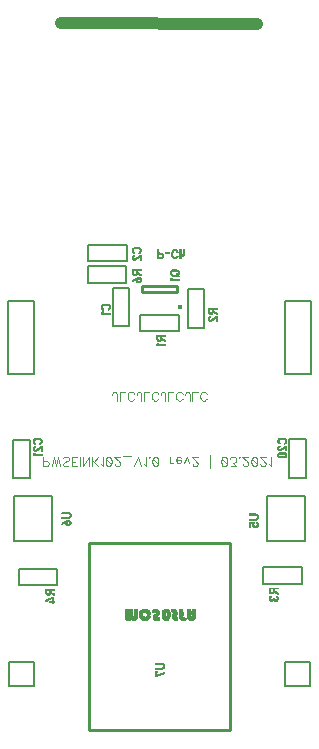
<source format=gbr>
G04 DipTrace 3.2.0.1*
G04 BottomSilk.gbr*
%MOMM*%
G04 #@! TF.FileFunction,Legend,Bot*
G04 #@! TF.Part,Single*
%ADD10C,0.25*%
%ADD13C,0.06667*%
%ADD14C,0.05*%
%ADD20C,1.0*%
%ADD21C,0.15*%
%ADD29O,0.39127X0.39172*%
%ADD74C,0.11765*%
%FSLAX35Y35*%
G04*
G71*
G90*
G75*
G01*
G04 BotSilk*
%LPD*%
X-1279012Y1559000D2*
D21*
X-1059000D1*
Y2180006D1*
X-1279012D1*
Y1559000D1*
X1060988D2*
X1281000D1*
Y2180006D1*
X1060988D1*
Y1559000D1*
X-1274000Y-1083000D2*
X-1067000D1*
Y-876000D1*
X-1274000D1*
Y-1083000D1*
X1066000D2*
X1273000D1*
Y-876000D1*
X1066000D1*
Y-1083000D1*
D29*
X173556Y2129829D3*
X150186Y2257190D2*
D10*
X-149800D1*
Y2307190D1*
X150186D1*
Y2257190D1*
X-600023Y-1450000D2*
X600023D1*
Y130000D1*
X-600023D1*
Y-1450000D1*
X-1237377Y1004220D2*
D21*
X-1098627D1*
Y677650D1*
X-1237377D1*
Y1004220D1*
X1098200Y1007883D2*
X1236950D1*
Y681313D1*
X1098200D1*
Y1007883D1*
X-1231570Y524420D2*
X-907373D1*
Y147787D1*
X-1231570D1*
Y524420D1*
X913447Y525100D2*
X1234470D1*
Y147787D1*
X913447D1*
Y525100D1*
X876360Y-76350D2*
X1202930D1*
Y-215100D1*
X876360D1*
Y-76350D1*
X-1192697Y-89190D2*
X-866127D1*
Y-227940D1*
X-1192697D1*
Y-89190D1*
X-609070Y2474363D2*
X-282500D1*
Y2335613D1*
X-609070D1*
Y2474363D1*
X-394357Y2291680D2*
X-255607D1*
Y1965110D1*
X-394357D1*
Y2291680D1*
X-162643Y2060673D2*
X163927D1*
Y1921923D1*
X-162643D1*
Y2060673D1*
X-838570Y4529740D2*
D20*
X820930Y4527560D1*
X-605630Y2656263D2*
D21*
X-279060D1*
Y2517513D1*
X-605630D1*
Y2656263D1*
X240007Y2278937D2*
X378757D1*
Y1952367D1*
X240007D1*
Y2278937D1*
X-477533Y2156507D2*
D14*
X-440033D1*
X-482042Y2154007D2*
X-435525D1*
X-485994Y2151507D2*
X-431572D1*
X-489234Y2149007D2*
X-428323D1*
X-491733Y2146507D2*
X-425745D1*
X-493482Y2144007D2*
X-479146D1*
X-438130D2*
X-423766D1*
X-494715Y2141507D2*
X-482400D1*
X-434576D2*
X-422253D1*
X-495747Y2139007D2*
X-484762D1*
X-431821D2*
X-421178D1*
X-496574Y2136507D2*
X-486524D1*
X-430521D2*
X-420557D1*
X-497083Y2134007D2*
X-487822D1*
X-429491D2*
X-420252D1*
X-497333Y2131507D2*
X-488780D1*
X-428705D2*
X-420118D1*
X-497361Y2129007D2*
X-488483D1*
X-428961D2*
X-420074D1*
X-497089Y2126507D2*
X-487747D1*
X-429477D2*
X-420142D1*
X-496499Y2124007D2*
X-486643D1*
X-430232D2*
X-420463D1*
X-495767Y2121507D2*
X-485094D1*
X-431511D2*
X-421157D1*
X-494917Y2119007D2*
X-483055D1*
X-433477D2*
X-422213D1*
X-493670Y2116507D2*
X-480905D1*
X-435789D2*
X-423664D1*
X-491909Y2114007D2*
X-479271D1*
X-437753D2*
X-425571D1*
X-489774Y2111507D2*
X-478320D1*
X-439199D2*
X-427960D1*
X-487439Y2109007D2*
X-477835D1*
X-439643D2*
X-431100D1*
X-485033Y2106507D2*
X-477533D1*
X-439883D2*
X-435255D1*
X-440033Y2104007D2*
D3*
X-490033Y2091507D2*
X-480033D1*
X-491669Y2089007D2*
X-482043D1*
X-493327Y2086507D2*
X-483514D1*
X-494937Y2084007D2*
X-484408D1*
X-496177Y2081507D2*
X-420033D1*
X-496911Y2079007D2*
X-420033D1*
X-497274Y2076507D2*
X-420033D1*
X-497439Y2074007D2*
X-420033D1*
X-497533Y2071507D2*
X-420033D1*
X-215943Y2636870D2*
X-178443D1*
X-220452Y2634370D2*
X-173935D1*
X-224404Y2631870D2*
X-169982D1*
X-227644Y2629370D2*
X-166733D1*
X-230143Y2626870D2*
X-164155D1*
X-231892Y2624370D2*
X-217556D1*
X-176540D2*
X-162176D1*
X-233125Y2621870D2*
X-220810D1*
X-172986D2*
X-160663D1*
X-234157Y2619370D2*
X-223172D1*
X-170231D2*
X-159588D1*
X-234984Y2616870D2*
X-224934D1*
X-168931D2*
X-158967D1*
X-235493Y2614370D2*
X-226232D1*
X-167901D2*
X-158662D1*
X-235743Y2611870D2*
X-227190D1*
X-167115D2*
X-158528D1*
X-235771Y2609370D2*
X-226893D1*
X-167371D2*
X-158484D1*
X-235499Y2606870D2*
X-226157D1*
X-167887D2*
X-158552D1*
X-234909Y2604370D2*
X-225053D1*
X-168642D2*
X-158873D1*
X-234177Y2601870D2*
X-223504D1*
X-169921D2*
X-159567D1*
X-233327Y2599370D2*
X-221465D1*
X-171887D2*
X-160623D1*
X-232080Y2596870D2*
X-219315D1*
X-174199D2*
X-162074D1*
X-230319Y2594370D2*
X-217681D1*
X-176163D2*
X-163981D1*
X-228184Y2591870D2*
X-216730D1*
X-177609D2*
X-166370D1*
X-225849Y2589370D2*
X-216245D1*
X-178053D2*
X-169510D1*
X-223443Y2586870D2*
X-215943D1*
X-178293D2*
X-173665D1*
X-178443Y2584370D2*
D3*
X-223443Y2569370D2*
X-215943D1*
X-168443D2*
X-158443D1*
X-227002Y2566870D2*
X-216153D1*
X-172193D2*
X-158443D1*
X-229890Y2564370D2*
X-216627D1*
X-175731D2*
X-158443D1*
X-232056Y2561870D2*
X-218730D1*
X-179203D2*
X-158443D1*
X-233660Y2559370D2*
X-221362D1*
X-182593D2*
X-158443D1*
X-234774Y2556870D2*
X-223850D1*
X-185913D2*
X-158443D1*
X-235411Y2554370D2*
X-225779D1*
X-189278D2*
X-173539D1*
X-168443D2*
X-158443D1*
X-235722Y2551870D2*
X-227283D1*
X-192622D2*
X-176369D1*
X-168443D2*
X-158443D1*
X-235848Y2549370D2*
X-227690D1*
X-195943D2*
X-179556D1*
X-168443D2*
X-158443D1*
X-235814Y2546870D2*
X-227017D1*
X-199507D2*
X-183016D1*
X-168443D2*
X-158443D1*
X-235506Y2544370D2*
X-225904D1*
X-203782D2*
X-186560D1*
X-168443D2*
X-158443D1*
X-234817Y2541870D2*
X-222391D1*
X-209551D2*
X-190021D1*
X-168443D2*
X-158443D1*
X-233762Y2539370D2*
X-217174D1*
X-217221D2*
X-193391D1*
X-168443D2*
X-158443D1*
X-232312Y2536870D2*
X-196861D1*
X-168443D2*
X-158443D1*
X-230427Y2534370D2*
X-200518D1*
X-168443D2*
X-158443D1*
X-228244Y2531870D2*
X-204398D1*
X-168443D2*
X-158443D1*
X-225943Y2529370D2*
X-208443D1*
X-168443D2*
X-158443D1*
X1016457Y1023117D2*
X1053957D1*
X1011948Y1020617D2*
X1058465D1*
X1007996Y1018117D2*
X1062418D1*
X1004756Y1015617D2*
X1065667D1*
X1002257Y1013117D2*
X1068245D1*
X1000508Y1010617D2*
X1014844D1*
X1055860D2*
X1070224D1*
X999275Y1008117D2*
X1011590D1*
X1059414D2*
X1071737D1*
X998243Y1005617D2*
X1009228D1*
X1062169D2*
X1072812D1*
X997416Y1003117D2*
X1007466D1*
X1063469D2*
X1073433D1*
X996907Y1000617D2*
X1006168D1*
X1064499D2*
X1073738D1*
X996657Y998117D2*
X1005210D1*
X1065285D2*
X1073872D1*
X996629Y995617D2*
X1005507D1*
X1065029D2*
X1073916D1*
X996901Y993117D2*
X1006243D1*
X1064513D2*
X1073848D1*
X997491Y990617D2*
X1007347D1*
X1063758D2*
X1073527D1*
X998223Y988117D2*
X1008896D1*
X1062479D2*
X1072833D1*
X999073Y985617D2*
X1010935D1*
X1060513D2*
X1071777D1*
X1000320Y983117D2*
X1013085D1*
X1058201D2*
X1070326D1*
X1002081Y980617D2*
X1014719D1*
X1056237D2*
X1068419D1*
X1004216Y978117D2*
X1015670D1*
X1054791D2*
X1066030D1*
X1006551Y975617D2*
X1016155D1*
X1054347D2*
X1062890D1*
X1008957Y973117D2*
X1016457D1*
X1054107D2*
X1058735D1*
X1053957Y970617D2*
D3*
X1008957Y955617D2*
X1016457D1*
X1063957D2*
X1073957D1*
X1005398Y953117D2*
X1016247D1*
X1060207D2*
X1073957D1*
X1002510Y950617D2*
X1015773D1*
X1056669D2*
X1073957D1*
X1000344Y948117D2*
X1013670D1*
X1053197D2*
X1073957D1*
X998740Y945617D2*
X1011038D1*
X1049807D2*
X1073957D1*
X997626Y943117D2*
X1008550D1*
X1046487D2*
X1073957D1*
X996989Y940617D2*
X1006621D1*
X1043122D2*
X1058861D1*
X1063957D2*
X1073957D1*
X996678Y938117D2*
X1005117D1*
X1039778D2*
X1056031D1*
X1063957D2*
X1073957D1*
X996552Y935617D2*
X1004710D1*
X1036457D2*
X1052844D1*
X1063957D2*
X1073957D1*
X996586Y933117D2*
X1005383D1*
X1032893D2*
X1049384D1*
X1063957D2*
X1073957D1*
X996894Y930617D2*
X1006496D1*
X1028618D2*
X1045840D1*
X1063957D2*
X1073957D1*
X997583Y928117D2*
X1010009D1*
X1022849D2*
X1042379D1*
X1063957D2*
X1073957D1*
X998638Y925617D2*
X1015226D1*
X1015179D2*
X1039009D1*
X1063957D2*
X1073957D1*
X1000088Y923117D2*
X1035539D1*
X1063957D2*
X1073957D1*
X1001973Y920617D2*
X1031882D1*
X1063957D2*
X1073957D1*
X1004156Y918117D2*
X1028002D1*
X1063957D2*
X1073957D1*
X1006457Y915617D2*
X1023957D1*
X1063957D2*
X1073957D1*
X1011457Y898117D2*
X1058957D1*
X1007043Y895617D2*
X1063370D1*
X1003411Y893117D2*
X1067002D1*
X1000771Y890617D2*
X1069642D1*
X998922Y888117D2*
X1071491D1*
X997698Y885617D2*
X1009062D1*
X1061352D2*
X1072716D1*
X997016Y883117D2*
X1006980D1*
X1063434D2*
X1073398D1*
X996687Y880617D2*
X1005505D1*
X1064908D2*
X1073726D1*
X996546Y878117D2*
X1004519D1*
X1065894D2*
X1073868D1*
X996499Y875617D2*
X1004632D1*
X1065782D2*
X1073914D1*
X996566Y873117D2*
X1005102D1*
X1065311D2*
X1073848D1*
X996887Y870617D2*
X1006724D1*
X1063689D2*
X1073527D1*
X997580Y868117D2*
X1010528D1*
X1059885D2*
X1072833D1*
X998647Y865617D2*
X1015653D1*
X1054760D2*
X1071767D1*
X1000192Y863117D2*
X1070221D1*
X1002464Y860617D2*
X1067949D1*
X1005502Y858117D2*
X1064911D1*
X1008957Y855617D2*
X1061457D1*
X-1055050Y1019000D2*
X-1017550D1*
X-1059559Y1016500D2*
X-1013041D1*
X-1063511Y1014000D2*
X-1009089D1*
X-1066751Y1011500D2*
X-1005840D1*
X-1069250Y1009000D2*
X-1003262D1*
X-1070999Y1006500D2*
X-1056663D1*
X-1015646D2*
X-1001283D1*
X-1072231Y1004000D2*
X-1059917D1*
X-1012093D2*
X-999770D1*
X-1073264Y1001500D2*
X-1062279D1*
X-1009338D2*
X-998695D1*
X-1074091Y999000D2*
X-1064041D1*
X-1008038D2*
X-998073D1*
X-1074600Y996500D2*
X-1065339D1*
X-1007008D2*
X-997768D1*
X-1074849Y994000D2*
X-1066297D1*
X-1006222D2*
X-997635D1*
X-1074877Y991500D2*
X-1065999D1*
X-1006477D2*
X-997591D1*
X-1074606Y989000D2*
X-1065263D1*
X-1006994D2*
X-997659D1*
X-1074015Y986500D2*
X-1064160D1*
X-1007748D2*
X-997980D1*
X-1073283Y984000D2*
X-1062611D1*
X-1009028D2*
X-998674D1*
X-1072433Y981500D2*
X-1060571D1*
X-1010993D2*
X-999730D1*
X-1071187Y979000D2*
X-1058422D1*
X-1013305D2*
X-1001181D1*
X-1069425Y976500D2*
X-1056788D1*
X-1015270D2*
X-1003088D1*
X-1067290Y974000D2*
X-1055836D1*
X-1016716D2*
X-1005477D1*
X-1064955Y971500D2*
X-1055351D1*
X-1017159D2*
X-1008617D1*
X-1062550Y969000D2*
X-1055050D1*
X-1017400D2*
X-1012771D1*
X-1017550Y966500D2*
D3*
X-1062550Y951500D2*
X-1055050D1*
X-1007550D2*
X-997550D1*
X-1066109Y949000D2*
X-1055260D1*
X-1011299D2*
X-997550D1*
X-1068997Y946500D2*
X-1055734D1*
X-1014838D2*
X-997550D1*
X-1071163Y944000D2*
X-1057836D1*
X-1018310D2*
X-997550D1*
X-1072767Y941500D2*
X-1060468D1*
X-1021700D2*
X-997550D1*
X-1073881Y939000D2*
X-1062957D1*
X-1025020D2*
X-997550D1*
X-1074518Y936500D2*
X-1064886D1*
X-1028385D2*
X-1012645D1*
X-1007550D2*
X-997550D1*
X-1074829Y934000D2*
X-1066390D1*
X-1031729D2*
X-1015475D1*
X-1007550D2*
X-997550D1*
X-1074954Y931500D2*
X-1066797D1*
X-1035050D2*
X-1018663D1*
X-1007550D2*
X-997550D1*
X-1074921Y929000D2*
X-1066124D1*
X-1038613D2*
X-1022122D1*
X-1007550D2*
X-997550D1*
X-1074613Y926500D2*
X-1065011D1*
X-1042889D2*
X-1025667D1*
X-1007550D2*
X-997550D1*
X-1073924Y924000D2*
X-1061497D1*
X-1048658D2*
X-1029127D1*
X-1007550D2*
X-997550D1*
X-1072869Y921500D2*
X-1056281D1*
X-1056328D2*
X-1032498D1*
X-1007550D2*
X-997550D1*
X-1071419Y919000D2*
X-1035968D1*
X-1007550D2*
X-997550D1*
X-1069533Y916500D2*
X-1039625D1*
X-1007550D2*
X-997550D1*
X-1067351Y914000D2*
X-1043505D1*
X-1007550D2*
X-997550D1*
X-1065050Y911500D2*
X-1047550D1*
X-1007550D2*
X-997550D1*
X-1067550Y896500D2*
X-1057550D1*
X-1069186Y894000D2*
X-1059559D1*
X-1070844Y891500D2*
X-1061030D1*
X-1072454Y889000D2*
X-1061925D1*
X-1073694Y886500D2*
X-997550D1*
X-1074427Y884000D2*
X-997550D1*
X-1074791Y881500D2*
X-997550D1*
X-1074956Y879000D2*
X-997550D1*
X-1075050Y876500D2*
X-997550D1*
X105667Y2447147D2*
X143167D1*
X101158Y2444647D2*
X147675D1*
X97206Y2442147D2*
X151628D1*
X93966Y2439647D2*
X154877D1*
X91467Y2437147D2*
X157455D1*
X89718Y2434647D2*
X104054D1*
X145070D2*
X159434D1*
X88485Y2432147D2*
X100809D1*
X148624D2*
X160947D1*
X87453Y2429647D2*
X98536D1*
X151379D2*
X162022D1*
X86626Y2427147D2*
X96832D1*
X152679D2*
X162643D1*
X86117Y2424647D2*
X96233D1*
X153709D2*
X162948D1*
X85858Y2422147D2*
X95908D1*
X154495D2*
X163082D1*
X85752Y2419647D2*
X95771D1*
X154239D2*
X163126D1*
X85792Y2417147D2*
X95809D1*
X138167D2*
X143167D1*
X153725D2*
X163058D1*
X86103Y2414647D2*
X96222D1*
X135667D2*
X146126D1*
X153009D2*
X162737D1*
X86792Y2412147D2*
X97050D1*
X137675D2*
X149503D1*
X151956D2*
X162053D1*
X87847Y2409647D2*
X99815D1*
X139138D2*
X161094D1*
X89298Y2407147D2*
X103988D1*
X139977D2*
X160060D1*
X91195Y2404647D2*
X109520D1*
X140403D2*
X159197D1*
X93488Y2402147D2*
X158752D1*
X96242Y2399647D2*
X158649D1*
X99542Y2397147D2*
X159715D1*
X103167Y2394647D2*
X145667D1*
X150667D2*
X161307D1*
X153167Y2392147D2*
X163167D1*
X155667Y2389647D2*
X160667D1*
X93167Y2377147D2*
X103167D1*
X91531Y2374647D2*
X101157D1*
X89873Y2372147D2*
X99686D1*
X88263Y2369647D2*
X98792D1*
X87023Y2367147D2*
X163167D1*
X86289Y2364647D2*
X163167D1*
X85926Y2362147D2*
X163167D1*
X85761Y2359647D2*
X163167D1*
X85667Y2357147D2*
X163167D1*
X-29403Y1891727D2*
X48097D1*
X-29403Y1889227D2*
X48097D1*
X-29403Y1886727D2*
X48097D1*
X-29403Y1884227D2*
X48097D1*
X-29403Y1881727D2*
X-19403D1*
X5597D2*
X15597D1*
X-29403Y1879227D2*
X-19403D1*
X5597D2*
X15597D1*
X-29403Y1876727D2*
X-19403D1*
X5597D2*
X15597D1*
X-29403Y1874227D2*
X-19403D1*
X5597D2*
X15606D1*
X-29403Y1871727D2*
X-19403D1*
X5597D2*
X15714D1*
X-29403Y1869227D2*
X-19403D1*
X5597D2*
X15978D1*
X-29394Y1866727D2*
X-19403D1*
X5597D2*
X17242D1*
X-29306Y1864227D2*
X-19394D1*
X5587D2*
X20226D1*
X-28987Y1861727D2*
X-19286D1*
X5479D2*
X24052D1*
X-28379Y1859227D2*
X-19022D1*
X5216D2*
X28487D1*
X-27650Y1856727D2*
X-17641D1*
X3834D2*
X33227D1*
X-26876Y1854227D2*
X-13362D1*
X-445D2*
X37936D1*
X-25859Y1851727D2*
X-7011D1*
X-6796D2*
X13097D1*
X20597D2*
X42068D1*
X-24376Y1849227D2*
X10597D1*
X25587D2*
X45492D1*
X-22268Y1846727D2*
X8097D1*
X30492D2*
X46826D1*
X-19663Y1844227D2*
X5597D1*
X35105D2*
X47555D1*
X-16903Y1841727D2*
X3097D1*
X39251D2*
X47897D1*
X43097Y1839227D2*
X48097D1*
X-21903Y1824227D2*
X-11903D1*
X-23539Y1821727D2*
X-13913D1*
X-25197Y1819227D2*
X-15384D1*
X-26807Y1816727D2*
X-16278D1*
X-28047Y1814227D2*
X48097D1*
X-28781Y1811727D2*
X48097D1*
X-29144Y1809227D2*
X48097D1*
X-29309Y1806727D2*
X48097D1*
X-29403Y1804227D2*
X48097D1*
X407523Y2122503D2*
X485023D1*
X407523Y2120003D2*
X485023D1*
X407523Y2117503D2*
X485023D1*
X407523Y2115003D2*
X485023D1*
X407523Y2112503D2*
X417523D1*
X442523D2*
X452523D1*
X407523Y2110003D2*
X417523D1*
X442523D2*
X452523D1*
X407523Y2107503D2*
X417523D1*
X442523D2*
X452523D1*
X407523Y2105003D2*
X417523D1*
X442523D2*
X452533D1*
X407523Y2102503D2*
X417523D1*
X442523D2*
X452641D1*
X407523Y2100003D2*
X417523D1*
X442523D2*
X452904D1*
X407533Y2097503D2*
X417523D1*
X442523D2*
X454169D1*
X407621Y2095003D2*
X417533D1*
X442514D2*
X457153D1*
X407940Y2092503D2*
X417641D1*
X442406D2*
X460979D1*
X408548Y2090003D2*
X417904D1*
X442142D2*
X465414D1*
X409277Y2087503D2*
X419286D1*
X440761D2*
X470153D1*
X410051Y2085003D2*
X423565D1*
X436482D2*
X474863D1*
X411067Y2082503D2*
X429916D1*
X430131D2*
X450023D1*
X457523D2*
X478995D1*
X412551Y2080003D2*
X447523D1*
X462514D2*
X482419D1*
X414658Y2077503D2*
X445023D1*
X467418D2*
X483753D1*
X417263Y2075003D2*
X442523D1*
X472032D2*
X484481D1*
X420023Y2072503D2*
X440023D1*
X476177D2*
X484824D1*
X480023Y2070003D2*
X485023D1*
X420023Y2052503D2*
X427523D1*
X475023D2*
X485023D1*
X416465Y2050003D2*
X427313D1*
X471274D2*
X485023D1*
X413577Y2047503D2*
X426840D1*
X467736D2*
X485023D1*
X411410Y2045003D2*
X424737D1*
X464263D2*
X485023D1*
X409806Y2042503D2*
X422105D1*
X460873D2*
X485023D1*
X408692Y2040003D2*
X419616D1*
X457553D2*
X485023D1*
X408055Y2037503D2*
X417688D1*
X454188D2*
X469928D1*
X475023D2*
X485023D1*
X407745Y2035003D2*
X416184D1*
X450844D2*
X467098D1*
X475023D2*
X485023D1*
X407619Y2032503D2*
X415776D1*
X447523D2*
X463911D1*
X475023D2*
X485023D1*
X407653Y2030003D2*
X416449D1*
X443960D2*
X460451D1*
X475023D2*
X485023D1*
X407960Y2027503D2*
X417562D1*
X439685D2*
X456907D1*
X475023D2*
X485023D1*
X408650Y2025003D2*
X421076D1*
X433916D2*
X453446D1*
X475023D2*
X485023D1*
X409704Y2022503D2*
X426292D1*
X426246D2*
X450075D1*
X475023D2*
X485023D1*
X411154Y2020003D2*
X446605D1*
X475023D2*
X485023D1*
X413040Y2017503D2*
X442949D1*
X475023D2*
X485023D1*
X415223Y2015003D2*
X439069D1*
X475023D2*
X485023D1*
X417523Y2012503D2*
X435023D1*
X475023D2*
X485023D1*
X924047Y-247050D2*
X1001547D1*
X924047Y-249550D2*
X1001547D1*
X924047Y-252050D2*
X1001547D1*
X924047Y-254550D2*
X1001547D1*
X924047Y-257050D2*
X934047D1*
X959047D2*
X969047D1*
X924047Y-259550D2*
X934047D1*
X959047D2*
X969047D1*
X924047Y-262050D2*
X934047D1*
X959047D2*
X969047D1*
X924047Y-264550D2*
X934047D1*
X959047D2*
X969056D1*
X924047Y-267050D2*
X934047D1*
X959047D2*
X969164D1*
X924047Y-269550D2*
X934047D1*
X959047D2*
X969428D1*
X924056Y-272050D2*
X934047D1*
X959047D2*
X970692D1*
X924144Y-274550D2*
X934056D1*
X959037D2*
X973676D1*
X924463Y-277050D2*
X934164D1*
X958929D2*
X977502D1*
X925071Y-279550D2*
X934428D1*
X958666D2*
X981937D1*
X925800Y-282050D2*
X935809D1*
X957284D2*
X986677D1*
X926574Y-284550D2*
X940088D1*
X953005D2*
X991386D1*
X927591Y-287050D2*
X946439D1*
X946654D2*
X966547D1*
X974047D2*
X995518D1*
X929074Y-289550D2*
X964047D1*
X979037D2*
X998942D1*
X931182Y-292050D2*
X961547D1*
X983942D2*
X1000276D1*
X933787Y-294550D2*
X959047D1*
X988555D2*
X1001005D1*
X936547Y-297050D2*
X956547D1*
X992701D2*
X1001347D1*
X996547Y-299550D2*
X1001547D1*
X984047Y-314550D2*
X986547D1*
X936547Y-317050D2*
X941547D1*
X984066D2*
X990659D1*
X932988Y-319550D2*
X941432D1*
X984252D2*
X993914D1*
X930100Y-322050D2*
X941166D1*
X984691D2*
X996275D1*
X927934Y-324550D2*
X939747D1*
X986431D2*
X998047D1*
X926330Y-327050D2*
X937777D1*
X988453D2*
X999433D1*
X925216Y-329550D2*
X935740D1*
X990298D2*
X1000446D1*
X924579Y-332050D2*
X934122D1*
X956547D2*
X966547D1*
X991791D2*
X1001040D1*
X924268Y-334550D2*
X932926D1*
X956537D2*
X966556D1*
X993012D2*
X1001335D1*
X924142Y-337050D2*
X932983D1*
X956381D2*
X966654D1*
X993338D2*
X1001454D1*
X924176Y-339550D2*
X934004D1*
X955970D2*
X966888D1*
X992856D2*
X1001419D1*
X924484Y-342050D2*
X937065D1*
X953253D2*
X968046D1*
X991395D2*
X1001110D1*
X925173Y-344550D2*
X944835D1*
X945639D2*
X972054D1*
X986571D2*
X1000421D1*
X926247Y-347050D2*
X978506D1*
X978753D2*
X999366D1*
X927888Y-349550D2*
X958944D1*
X964418D2*
X997916D1*
X930546Y-352050D2*
X956056D1*
X965678D2*
X996030D1*
X934438Y-354550D2*
X952701D1*
X968423D2*
X993847D1*
X939047Y-357050D2*
X949047D1*
X971547D2*
X991547D1*
X-968390Y-256820D2*
X-890890D1*
X-968390Y-259320D2*
X-890890D1*
X-968390Y-261820D2*
X-890890D1*
X-968390Y-264320D2*
X-890890D1*
X-968390Y-266820D2*
X-958390D1*
X-933390D2*
X-923390D1*
X-968390Y-269320D2*
X-958390D1*
X-933390D2*
X-923390D1*
X-968390Y-271820D2*
X-958390D1*
X-933390D2*
X-923390D1*
X-968390Y-274320D2*
X-958390D1*
X-933390D2*
X-923380D1*
X-968390Y-276820D2*
X-958390D1*
X-933390D2*
X-923273D1*
X-968390Y-279320D2*
X-958390D1*
X-933390D2*
X-923009D1*
X-968380Y-281820D2*
X-958390D1*
X-933390D2*
X-921744D1*
X-968292Y-284320D2*
X-958380D1*
X-933400D2*
X-918761D1*
X-967974Y-286820D2*
X-958273D1*
X-933507D2*
X-914935D1*
X-967365Y-289320D2*
X-958009D1*
X-933771D2*
X-910499D1*
X-966636Y-291820D2*
X-956627D1*
X-935153D2*
X-905760D1*
X-965862Y-294320D2*
X-952348D1*
X-939432D2*
X-901051D1*
X-964846Y-296820D2*
X-945998D1*
X-945782D2*
X-925890D1*
X-918390D2*
X-896918D1*
X-963363Y-299320D2*
X-928390D1*
X-913400D2*
X-893495D1*
X-961255Y-301820D2*
X-930890D1*
X-908495D2*
X-892161D1*
X-958650Y-304320D2*
X-933390D1*
X-903881D2*
X-891432D1*
X-955890Y-306820D2*
X-935890D1*
X-899736D2*
X-891089D1*
X-895890Y-309320D2*
X-890890D1*
X-915890Y-326820D2*
X-903390D1*
X-920890Y-329320D2*
X-903390D1*
X-925890Y-331820D2*
X-903390D1*
X-930900Y-334320D2*
X-903390D1*
X-935988Y-336820D2*
X-903390D1*
X-941306Y-339320D2*
X-918776D1*
X-910890D2*
X-903390D1*
X-946905Y-341820D2*
X-924396D1*
X-910890D2*
X-903390D1*
X-952526Y-344320D2*
X-930043D1*
X-910890D2*
X-903390D1*
X-957767Y-346820D2*
X-935481D1*
X-910890D2*
X-903390D1*
X-962166Y-349320D2*
X-940723D1*
X-910890D2*
X-903390D1*
X-965738Y-351820D2*
X-945925D1*
X-910890D2*
X-903390D1*
X-967104Y-354320D2*
X-951355D1*
X-910890D2*
X-903390D1*
X-967883Y-356820D2*
X-957227D1*
X-910890D2*
X-903390D1*
X-968390Y-359320D2*
X-963390D1*
X-935890D2*
X-890890D1*
X-935890Y-361820D2*
X-890890D1*
X-935890Y-364320D2*
X-890890D1*
X-935890Y-366820D2*
X-890890D1*
X-935890Y-369320D2*
X-890890D1*
X-910890Y-371820D2*
X-903390D1*
X-910890Y-374320D2*
X-903390D1*
X-234657Y2449430D2*
X-157157D1*
X-234657Y2446930D2*
X-157157D1*
X-234657Y2444430D2*
X-157157D1*
X-234657Y2441930D2*
X-157157D1*
X-234657Y2439430D2*
X-224657D1*
X-199657D2*
X-189657D1*
X-234657Y2436930D2*
X-224657D1*
X-199657D2*
X-189657D1*
X-234657Y2434430D2*
X-224657D1*
X-199657D2*
X-189657D1*
X-234657Y2431930D2*
X-224657D1*
X-199657D2*
X-189647D1*
X-234657Y2429430D2*
X-224657D1*
X-199657D2*
X-189539D1*
X-234657Y2426930D2*
X-224657D1*
X-199657D2*
X-189276D1*
X-234647Y2424430D2*
X-224657D1*
X-199657D2*
X-188011D1*
X-234559Y2421930D2*
X-224647D1*
X-199666D2*
X-185027D1*
X-234240Y2419430D2*
X-224539D1*
X-199774D2*
X-181201D1*
X-233632Y2416930D2*
X-224276D1*
X-200038D2*
X-176766D1*
X-232903Y2414430D2*
X-222894D1*
X-201419D2*
X-172027D1*
X-232129Y2411930D2*
X-218615D1*
X-205698D2*
X-167317D1*
X-231113Y2409430D2*
X-212264D1*
X-212049D2*
X-192157D1*
X-184657D2*
X-163185D1*
X-229629Y2406930D2*
X-194657D1*
X-179666D2*
X-159761D1*
X-227522Y2404430D2*
X-197157D1*
X-174762D2*
X-158427D1*
X-224917Y2401930D2*
X-199657D1*
X-170148D2*
X-157699D1*
X-222157Y2399430D2*
X-202157D1*
X-166003D2*
X-157356D1*
X-162157Y2396930D2*
X-157157D1*
X-192157Y2379430D2*
X-167157D1*
X-198311Y2376930D2*
X-164752D1*
X-204029Y2374430D2*
X-162582D1*
X-209392Y2371930D2*
X-160779D1*
X-214543Y2369430D2*
X-186269D1*
X-170053D2*
X-159336D1*
X-219511Y2366930D2*
X-189504D1*
X-168270D2*
X-158287D1*
X-224110Y2364430D2*
X-192033D1*
X-166844D2*
X-157675D1*
X-228006Y2361930D2*
X-207157D1*
X-202157D2*
X-193189D1*
X-165668D2*
X-157373D1*
X-230937Y2359430D2*
X-212157D1*
X-202147D2*
X-192989D1*
X-165396D2*
X-157251D1*
X-233160Y2356930D2*
X-217157D1*
X-202059D2*
X-192386D1*
X-166148D2*
X-157285D1*
X-233936Y2354430D2*
X-222157D1*
X-201731D2*
X-190666D1*
X-168191D2*
X-157594D1*
X-234374Y2351930D2*
X-227157D1*
X-201034D2*
X-186245D1*
X-172831D2*
X-158283D1*
X-234657Y2349430D2*
X-232157D1*
X-199967D2*
X-179815D1*
X-179400D2*
X-159357D1*
X-198421Y2346930D2*
X-160998D1*
X-196149Y2344430D2*
X-163656D1*
X-193111Y2341930D2*
X-167548D1*
X-189657Y2339430D2*
X-172157D1*
X758940Y380680D2*
X808940D1*
X757786Y378180D2*
X815757D1*
X757065Y375680D2*
X821145D1*
X756683Y373180D2*
X825121D1*
X756440Y370680D2*
X828021D1*
X815844Y368180D2*
X830131D1*
X819397Y365680D2*
X831693D1*
X822152Y363180D2*
X832786D1*
X823462Y360680D2*
X833414D1*
X824570Y358180D2*
X833721D1*
X825353Y355680D2*
X833855D1*
X825777Y353180D2*
X833909D1*
X825179Y350680D2*
X833919D1*
X824198Y348180D2*
X833839D1*
X822784Y345680D2*
X833513D1*
X820912Y343180D2*
X832817D1*
X818721Y340680D2*
X831760D1*
X816360Y338180D2*
X830299D1*
X756440Y335680D2*
X828316D1*
X756440Y333180D2*
X825733D1*
X756440Y330680D2*
X822515D1*
X756440Y328180D2*
X818940D1*
X816440Y308180D2*
X818940D1*
X756440Y305680D2*
X796440D1*
X816460D2*
X822584D1*
X756440Y303180D2*
X796335D1*
X816645D2*
X825714D1*
X756440Y300680D2*
X795927D1*
X817085D2*
X828249D1*
X756440Y298180D2*
X795009D1*
X818910D2*
X830214D1*
X756440Y295680D2*
X766440D1*
X783554D2*
X793769D1*
X821165D2*
X831722D1*
X756440Y293180D2*
X766440D1*
X782934D2*
X792692D1*
X823281D2*
X832796D1*
X756440Y290680D2*
X766440D1*
X782287D2*
X792024D1*
X825038D2*
X833417D1*
X756440Y288180D2*
X766440D1*
X781858D2*
X791696D1*
X825591D2*
X833722D1*
X756440Y285680D2*
X766440D1*
X781714D2*
X791539D1*
X825238D2*
X833845D1*
X756440Y283180D2*
X766440D1*
X781936D2*
X792192D1*
X823918D2*
X833801D1*
X756440Y280680D2*
X766440D1*
X782589D2*
X796068D1*
X818067D2*
X833405D1*
X756440Y278180D2*
X766440D1*
X783629D2*
X807575D1*
X807551D2*
X832398D1*
X756440Y275680D2*
X766440D1*
X785093D2*
X830725D1*
X756440Y273180D2*
X766440D1*
X787170D2*
X828443D1*
X756440Y270680D2*
X766440D1*
X790139D2*
X825347D1*
X756440Y268180D2*
X766440D1*
X794211D2*
X821210D1*
X798940Y265680D2*
X816440D1*
X-828170Y394880D2*
X-778170D1*
X-829324Y392380D2*
X-771353D1*
X-830045Y389880D2*
X-765965D1*
X-830427Y387380D2*
X-761989D1*
X-830670Y384880D2*
X-759089D1*
X-771266Y382380D2*
X-756979D1*
X-767713Y379880D2*
X-755417D1*
X-764958Y377380D2*
X-754324D1*
X-763648Y374880D2*
X-753696D1*
X-762540Y372380D2*
X-753389D1*
X-761757Y369880D2*
X-753255D1*
X-761333Y367380D2*
X-753201D1*
X-761931Y364880D2*
X-753191D1*
X-762912Y362380D2*
X-753271D1*
X-764326Y359880D2*
X-753597D1*
X-766198Y357380D2*
X-754293D1*
X-768389Y354880D2*
X-755350D1*
X-770750Y352380D2*
X-756811D1*
X-830670Y349880D2*
X-758794D1*
X-830670Y347380D2*
X-761377D1*
X-830670Y344880D2*
X-764595D1*
X-830670Y342380D2*
X-768170D1*
X-788170Y322380D2*
X-763170D1*
X-794324Y319880D2*
X-760765D1*
X-800042Y317380D2*
X-758595D1*
X-805405Y314880D2*
X-756792D1*
X-810557Y312380D2*
X-782283D1*
X-766066D2*
X-755350D1*
X-815524Y309880D2*
X-785517D1*
X-764284D2*
X-754301D1*
X-820123Y307380D2*
X-788047D1*
X-762857D2*
X-753689D1*
X-824019Y304880D2*
X-803170D1*
X-798170D2*
X-789202D1*
X-761682D2*
X-753387D1*
X-826950Y302380D2*
X-808170D1*
X-798160D2*
X-789003D1*
X-761409D2*
X-753264D1*
X-829173Y299880D2*
X-813170D1*
X-798072D2*
X-788399D1*
X-762161D2*
X-753299D1*
X-829950Y297380D2*
X-818170D1*
X-797744D2*
X-786680D1*
X-764204D2*
X-753607D1*
X-830388Y294880D2*
X-823170D1*
X-797048D2*
X-782259D1*
X-768845D2*
X-754296D1*
X-830670Y292380D2*
X-828170D1*
X-795981D2*
X-775829D1*
X-775413D2*
X-755370D1*
X-794434Y289880D2*
X-757011D1*
X-792162Y287380D2*
X-759669D1*
X-789125Y284880D2*
X-763561D1*
X-785670Y282380D2*
X-768170D1*
X-37040Y-881977D2*
X12960D1*
X-38194Y-884477D2*
X19777D1*
X-38915Y-886977D2*
X25165D1*
X-39297Y-889477D2*
X29141D1*
X-39540Y-891977D2*
X32041D1*
X19864Y-894477D2*
X34151D1*
X23417Y-896977D2*
X35713D1*
X26172Y-899477D2*
X36806D1*
X27482Y-901977D2*
X37434D1*
X28590Y-904477D2*
X37741D1*
X29373Y-906977D2*
X37875D1*
X29797Y-909477D2*
X37929D1*
X29199Y-911977D2*
X37939D1*
X28218Y-914477D2*
X37859D1*
X26804Y-916977D2*
X37533D1*
X24932Y-919477D2*
X36837D1*
X22741Y-921977D2*
X35780D1*
X20380Y-924477D2*
X34319D1*
X-39540Y-926977D2*
X32336D1*
X-39540Y-929477D2*
X29753D1*
X-39540Y-931977D2*
X26535D1*
X-39540Y-934477D2*
X22960D1*
X-37040Y-951977D2*
X-19540D1*
X-38194Y-954477D2*
X-19540D1*
X-38912Y-956977D2*
X-19540D1*
X-39275Y-959477D2*
X-19540D1*
X-39437Y-961977D2*
X-19540D1*
X-39502Y-964477D2*
X-29540D1*
X30460D2*
X37960D1*
X-39526Y-966977D2*
X-29540D1*
X22574D2*
X37835D1*
X-39535Y-969477D2*
X-29540D1*
X14444D2*
X37540D1*
X-39538Y-971977D2*
X-29511D1*
X6170D2*
X35934D1*
X-39540Y-974477D2*
X-29225D1*
X-2469D2*
X31436D1*
X-39540Y-976977D2*
X-28544D1*
X-12367D2*
X25300D1*
X-39540Y-979477D2*
X-25622D1*
X-24141D2*
X18033D1*
X-39540Y-981977D2*
X10183D1*
X-39540Y-984477D2*
X1921D1*
X-39540Y-986977D2*
X-6657D1*
X-39540Y-989477D2*
X-15509D1*
X-39540Y-991977D2*
X-24540D1*
X-19917Y2617810D2*
X-9917D1*
X115083D2*
X135083D1*
X167583D2*
X177583D1*
X202583D2*
X210083D1*
X-19917Y2615310D2*
X-9917D1*
X111525D2*
X138728D1*
X167583D2*
X177583D1*
X202583D2*
X210083D1*
X-19917Y2612810D2*
X-9917D1*
X108637D2*
X141858D1*
X167583D2*
X177583D1*
X202583D2*
X210083D1*
X-19917Y2610310D2*
X-9917D1*
X106460D2*
X144393D1*
X167583D2*
X177583D1*
X202583D2*
X210083D1*
X-19917Y2607810D2*
X-9917D1*
X104769D2*
X117593D1*
X131997D2*
X146367D1*
X167583D2*
X177583D1*
X202583D2*
X210083D1*
X-19917Y2605310D2*
X-9917D1*
X103336D2*
X115191D1*
X135637D2*
X147971D1*
X167583D2*
X177583D1*
X202583D2*
X210083D1*
X-19917Y2602810D2*
X-9917D1*
X102100D2*
X113097D1*
X138356D2*
X149438D1*
X167583D2*
X177583D1*
X202583D2*
X210083D1*
X-19917Y2600310D2*
X-9917D1*
X101149D2*
X111524D1*
X140538D2*
X150958D1*
X167583D2*
X177583D1*
X202583D2*
X210083D1*
X-19917Y2597810D2*
X-9917D1*
X100577D2*
X110362D1*
X142583D2*
X152583D1*
X167583D2*
X177583D1*
X202583D2*
X210083D1*
X-19917Y2595310D2*
X-9917D1*
X47583D2*
X82583D1*
X100291D2*
X109355D1*
X167583D2*
X177583D1*
X202583D2*
X210083D1*
X-19917Y2592810D2*
X-9917D1*
X47583D2*
X82583D1*
X100165D2*
X108538D1*
X167583D2*
X177583D1*
X202574D2*
X210083D1*
X-19917Y2590310D2*
X-9917D1*
X47583D2*
X82583D1*
X100113D2*
X108032D1*
X167583D2*
X177583D1*
X202486D2*
X210083D1*
X-19917Y2587810D2*
X4978D1*
X47583D2*
X82583D1*
X100094D2*
X107774D1*
X167583D2*
X177583D1*
X202167D2*
X210083D1*
X-19917Y2585310D2*
X15393D1*
X100087D2*
X107658D1*
X167583D2*
X177593D1*
X201559D2*
X210083D1*
X-19917Y2582810D2*
X21912D1*
X100085D2*
X107611D1*
X167583D2*
X177749D1*
X200761D2*
X210074D1*
X-19917Y2580310D2*
X26512D1*
X100084D2*
X107593D1*
X167583D2*
X178160D1*
X199838D2*
X209986D1*
X-19917Y2577810D2*
X-9917D1*
X14487D2*
X28649D1*
X100083D2*
X107587D1*
X167583D2*
X180877D1*
X196916D2*
X209657D1*
X-19917Y2575310D2*
X-9917D1*
X18031D2*
X30277D1*
X100083D2*
X107594D1*
X167583D2*
X188491D1*
X189228D2*
X208961D1*
X-19917Y2572810D2*
X-9917D1*
X20757D2*
X31406D1*
X100083D2*
X107681D1*
X167583D2*
X207884D1*
X-19917Y2570310D2*
X-9917D1*
X21704D2*
X32048D1*
X100083D2*
X108000D1*
X167583D2*
X206243D1*
X-19917Y2567810D2*
X-9917D1*
X22212D2*
X32361D1*
X100093D2*
X108608D1*
X167583D2*
X203584D1*
X-19917Y2565310D2*
X-9917D1*
X22429D2*
X32487D1*
X100181D2*
X109337D1*
X167583D2*
X177583D1*
X185083D2*
X199692D1*
X-19917Y2562810D2*
X-9917D1*
X22423D2*
X32454D1*
X100500D2*
X110111D1*
X142583D2*
X152583D1*
X167583D2*
X177583D1*
X190083D2*
X195083D1*
X-19917Y2560310D2*
X-9917D1*
X22232D2*
X32146D1*
X101108D2*
X111196D1*
X140879D2*
X151324D1*
X167583D2*
X177583D1*
X-19917Y2557810D2*
X-9917D1*
X20886D2*
X31467D1*
X101847D2*
X112677D1*
X139039D2*
X150188D1*
X167583D2*
X177583D1*
X-19917Y2555310D2*
X-9917D1*
X14700D2*
X30500D1*
X102699D2*
X117990D1*
X134332D2*
X148809D1*
X167583D2*
X177583D1*
X-19917Y2552810D2*
X-9917D1*
X3914D2*
X29359D1*
X103956D2*
X126703D1*
X126871D2*
X146992D1*
X167583D2*
X177583D1*
X-19917Y2550310D2*
X27975D1*
X105825D2*
X144806D1*
X167583D2*
X177583D1*
X-19917Y2547810D2*
X26039D1*
X108472D2*
X142171D1*
X167583D2*
X177583D1*
X-19917Y2545310D2*
X23295D1*
X112205D2*
X138574D1*
X167583D2*
X177583D1*
X-19917Y2542810D2*
X20083D1*
X117092D2*
X133533D1*
X167583D2*
X177583D1*
X122583Y2540310D2*
X127583D1*
X-293982Y-427371D2*
D13*
X-267315D1*
X-257315D2*
X-230648D1*
X-220648D2*
X-193982D1*
X-140648D2*
X-113982D1*
X-53982D2*
X-27315D1*
X39352D2*
X62685D1*
X99352D2*
X122685D1*
X162685D2*
X189352D1*
X232685D2*
X259352D1*
X272685D2*
X299352D1*
X-293982Y-430705D2*
X-267315D1*
X-257315D2*
X-230648D1*
X-220648D2*
X-193982D1*
X-148199D2*
X-107069D1*
X-57059D2*
X-21316D1*
X34493D2*
X67557D1*
X99352D2*
X127945D1*
X162685D2*
X189352D1*
X232685D2*
X259352D1*
X272685D2*
X299352D1*
X-293982Y-434038D2*
X-267315D1*
X-257315D2*
X-230648D1*
X-220648D2*
X-193982D1*
X-154439D2*
X-101112D1*
X-59338D2*
X-16151D1*
X30319D2*
X71835D1*
X99352D2*
X132622D1*
X162685D2*
X189352D1*
X232685D2*
X259352D1*
X272685D2*
X299352D1*
X-293982Y-437371D2*
X-267315D1*
X-257315D2*
X-230648D1*
X-220648D2*
X-193982D1*
X-159373D2*
X-96371D1*
X-60034D2*
X-12139D1*
X26939D2*
X75522D1*
X99352D2*
X136387D1*
X162685D2*
X189352D1*
X232685D2*
X259378D1*
X272685D2*
X299352D1*
X-293982Y-440705D2*
X-267315D1*
X-257315D2*
X-230648D1*
X-220648D2*
X-193982D1*
X-163449D2*
X-92836D1*
X-60395D2*
X-9193D1*
X24320D2*
X78515D1*
X99404D2*
X139226D1*
X162685D2*
X189352D1*
X232685D2*
X259612D1*
X272685D2*
X299352D1*
X-293982Y-444038D2*
X-267315D1*
X-257315D2*
X-230648D1*
X-220648D2*
X-193982D1*
X-166974D2*
X-89990D1*
X-60552D2*
X-7035D1*
X22309D2*
X80595D1*
X99560D2*
X141446D1*
X162685D2*
X189352D1*
X232685D2*
X260159D1*
X272685D2*
X299352D1*
X-293982Y-447371D2*
X-267315D1*
X-257315D2*
X-230648D1*
X-220648D2*
X-193982D1*
X-169891D2*
X-87469D1*
X-60615D2*
X-5543D1*
X20877D2*
X81871D1*
X101018D2*
X143235D1*
X162685D2*
X189352D1*
X232685D2*
X261983D1*
X272685D2*
X299352D1*
X-293982Y-450705D2*
X-267315D1*
X-257315D2*
X-230648D1*
X-220648D2*
X-193982D1*
X-172035D2*
X-85291D1*
X-60648D2*
X-4692D1*
X20049D2*
X82852D1*
X105136D2*
X144563D1*
X162685D2*
X189352D1*
X232685D2*
X263749D1*
X272685D2*
X299352D1*
X-293982Y-454038D2*
X-267315D1*
X-257315D2*
X-230648D1*
X-220648D2*
X-193982D1*
X-173602D2*
X-136647D1*
X-117328D2*
X-83478D1*
X-47598D2*
X-4277D1*
X19643D2*
X46673D1*
X59352D2*
X83889D1*
X109364D2*
X145334D1*
X162685D2*
X199352D1*
X232685D2*
X264926D1*
X272685D2*
X299352D1*
X-293982Y-457371D2*
X-267315D1*
X-257315D2*
X-230648D1*
X-220648D2*
X-193982D1*
X-174950D2*
X-141799D1*
X-114125D2*
X-82114D1*
X-37394D2*
X-4109D1*
X19465D2*
X44724D1*
X59352D2*
X84838D1*
X112810D2*
X145607D1*
X162685D2*
X199352D1*
X232685D2*
X265547D1*
X272685D2*
X299352D1*
X-293982Y-460705D2*
X-267315D1*
X-257315D2*
X-230648D1*
X-220648D2*
X-193982D1*
X-176041D2*
X-145694D1*
X-111346D2*
X-81189D1*
X-33317D2*
X-4154D1*
X19393D2*
X43608D1*
X59352D2*
X85455D1*
X113570D2*
X145354D1*
X162685D2*
X199352D1*
X232685D2*
X265831D1*
X272685D2*
X299352D1*
X-293982Y-464038D2*
X-267315D1*
X-257315D2*
X-230648D1*
X-220648D2*
X-193982D1*
X-176717D2*
X-148653D1*
X-109354D2*
X-80278D1*
X-31355D2*
X-4565D1*
X19366D2*
X43066D1*
X59352D2*
X85777D1*
X112763D2*
X144611D1*
X162685D2*
X199352D1*
X232685D2*
X265922D1*
X272685D2*
X299352D1*
X-293982Y-467371D2*
X-267315D1*
X-257315D2*
X-230648D1*
X-220648D2*
X-193982D1*
X-177061D2*
X-149684D1*
X-108152D2*
X-78958D1*
X-33133D2*
X-5483D1*
X19357D2*
X42832D1*
X59352D2*
X85923D1*
X111544D2*
X143653D1*
X162685D2*
X199352D1*
X232685D2*
X265733D1*
X272685D2*
X299352D1*
X-293982Y-470705D2*
X-267315D1*
X-257315D2*
X-230648D1*
X-220648D2*
X-193982D1*
X-177215D2*
X-150227D1*
X-107315D2*
X-77315D1*
X-38215D2*
X-6890D1*
X19353D2*
X42739D1*
X59352D2*
X85983D1*
X110080D2*
X142539D1*
X162685D2*
X199352D1*
X232685D2*
X265207D1*
X272685D2*
X299352D1*
X-293982Y-474038D2*
X-267315D1*
X-257315D2*
X-230648D1*
X-220648D2*
X-193982D1*
X-177278D2*
X-150359D1*
X-44602D2*
X-8823D1*
X19352D2*
X42704D1*
X59352D2*
X86006D1*
X108608D2*
X141010D1*
X162685D2*
X199352D1*
X232685D2*
X263386D1*
X272685D2*
X299352D1*
X-293982Y-477371D2*
X-267315D1*
X-257315D2*
X-230648D1*
X-220648D2*
X-193982D1*
X-177289D2*
X-150022D1*
X-50365D2*
X-11366D1*
X19352D2*
X42691D1*
X59352D2*
X86014D1*
X107404D2*
X139217D1*
X162685D2*
X199352D1*
X232685D2*
X261621D1*
X272685D2*
X299352D1*
X-293982Y-480705D2*
X-267315D1*
X-257315D2*
X-230648D1*
X-220648D2*
X-193982D1*
X-177180D2*
X-149118D1*
X-107315D2*
X-97315D1*
X-54715D2*
X-14518D1*
X19352D2*
X42700D1*
X59352D2*
X86004D1*
X106665D2*
X137736D1*
X162685D2*
X189352D1*
X232685D2*
X260457D1*
X272685D2*
X299352D1*
X-293982Y-484038D2*
X-267289D1*
X-257341D2*
X-230622D1*
X-220674D2*
X-193982D1*
X-176745D2*
X-147527D1*
X-109175D2*
X-80648D1*
X-56285D2*
X-18394D1*
X19352D2*
X42868D1*
X59313D2*
X85888D1*
X106291D2*
X136686D1*
X162685D2*
X189391D1*
X232685D2*
X259992D1*
X272659D2*
X299352D1*
X-293982Y-487371D2*
X-267035D1*
X-257595D2*
X-230368D1*
X-220928D2*
X-193982D1*
X-175831D2*
X-145301D1*
X-111564D2*
X-81176D1*
X-56334D2*
X-22700D1*
X19352D2*
X43297D1*
X58932D2*
X85463D1*
X106125D2*
X136808D1*
X162698D2*
X189772D1*
X232698D2*
X260031D1*
X272405D2*
X299352D1*
X-293982Y-490705D2*
X-266430D1*
X-258200D2*
X-229763D1*
X-221534D2*
X-193982D1*
X-174539D2*
X-138201D1*
X-117454D2*
X-82120D1*
X-55788D2*
X-26391D1*
X19365D2*
X45748D1*
X58024D2*
X84652D1*
X106071D2*
X138592D1*
X162815D2*
X190680D1*
X232815D2*
X262012D1*
X271800D2*
X299352D1*
X-293969Y-494038D2*
X-263832D1*
X-260798D2*
X-227165D1*
X-224131D2*
X-193982D1*
X-173029D2*
X-127294D1*
X-126378D2*
X-83421D1*
X-55042D2*
X-28847D1*
X19482D2*
X52004D1*
X54127D2*
X83680D1*
X106163D2*
X142191D1*
X163253D2*
X194576D1*
X202685D2*
X206018D1*
X233240D2*
X266946D1*
X269202D2*
X299339D1*
X-293851Y-497371D2*
X-193995D1*
X-171310D2*
X-84933D1*
X-54490D2*
X-7315D1*
X19920D2*
X82661D1*
X106591D2*
X145413D1*
X164182D2*
X209867D1*
X234051D2*
X299221D1*
X-293414Y-500705D2*
X-194125D1*
X-169234D2*
X-86666D1*
X-54079D2*
X-7315D1*
X20848D2*
X81423D1*
X107517D2*
X147862D1*
X165591D2*
X214027D1*
X235036D2*
X298784D1*
X-292485Y-504038D2*
X-194680D1*
X-166646D2*
X-88859D1*
X-53518D2*
X-7315D1*
X22258D2*
X79872D1*
X108925D2*
X148648D1*
X167526D2*
X218232D1*
X236186D2*
X297855D1*
X-291062Y-507371D2*
X-196046D1*
X-163549D2*
X-91886D1*
X-52662D2*
X-7315D1*
X24206D2*
X77866D1*
X110872D2*
X149060D1*
X170056D2*
X222200D1*
X237978D2*
X296432D1*
X-289001Y-510705D2*
X-198381D1*
X-159703D2*
X-95892D1*
X-51786D2*
X-7315D1*
X26850D2*
X75200D1*
X113516D2*
X149240D1*
X173114D2*
X226018D1*
X240882D2*
X294371D1*
X-285971Y-514038D2*
X-247928D1*
X-241261D2*
X-201685D1*
X-154581D2*
X-100950D1*
X-51194D2*
X-7315D1*
X30295D2*
X71746D1*
X116961D2*
X149311D1*
X176786D2*
X220903D1*
X245070D2*
X291341D1*
X-281921Y-517371D2*
X-252431D1*
X-235764D2*
X-205914D1*
X-148003D2*
X-107124D1*
X-50865D2*
X-7315D1*
X34585D2*
X67453D1*
X121251D2*
X149338D1*
X181185D2*
X215266D1*
X250315D2*
X287291D1*
X-277315Y-520705D2*
X-257315D1*
X-230648D2*
X-210648D1*
X-140648D2*
X-113982D1*
X-50648D2*
X-7315D1*
X39352D2*
X62685D1*
X126018D2*
X149352D1*
X186018D2*
X209352D1*
X256018D2*
X282685D1*
X-477533Y2156507D2*
D14*
X-482042Y2154007D1*
X-485994Y2151507D1*
X-489234Y2149007D1*
X-491733Y2146507D1*
X-493482Y2144007D1*
X-494715Y2141507D1*
X-495747Y2139007D1*
X-496574Y2136507D1*
X-497083Y2134007D1*
X-497333Y2131507D1*
X-497361Y2129007D1*
X-497089Y2126507D1*
X-496499Y2124007D1*
X-495767Y2121507D1*
X-494917Y2119007D1*
X-493670Y2116507D1*
X-491909Y2114007D1*
X-489774Y2111507D1*
X-487439Y2109007D1*
X-485033Y2106507D1*
X-440033Y2156507D2*
X-435525Y2154007D1*
X-431572Y2151507D1*
X-428323Y2149007D1*
X-425745Y2146507D1*
X-423766Y2144007D1*
X-422253Y2141507D1*
X-421178Y2139007D1*
X-420557Y2136507D1*
X-420252Y2134007D1*
X-420118Y2131507D1*
X-420074Y2129007D1*
X-420142Y2126507D1*
X-420463Y2124007D1*
X-421157Y2121507D1*
X-422213Y2119007D1*
X-423664Y2116507D1*
X-425571Y2114007D1*
X-427960Y2111507D1*
X-431100Y2109007D1*
X-435255Y2106507D1*
X-440033Y2104007D1*
X-475033Y2146507D2*
X-479146Y2144007D1*
X-482400Y2141507D1*
X-484762Y2139007D1*
X-486524Y2136507D1*
X-487822Y2134007D1*
X-488780Y2131507D1*
X-488483Y2129007D1*
X-487747Y2126507D1*
X-486643Y2124007D1*
X-485094Y2121507D1*
X-483055Y2119007D1*
X-480905Y2116507D1*
X-479271Y2114007D1*
X-478320Y2111507D1*
X-477835Y2109007D1*
X-477533Y2106507D1*
X-442533Y2146507D2*
X-438130Y2144007D1*
X-434576Y2141507D1*
X-431821Y2139007D1*
X-430521Y2136507D1*
X-429491Y2134007D1*
X-428705Y2131507D1*
X-428961Y2129007D1*
X-429477Y2126507D1*
X-430232Y2124007D1*
X-431511Y2121507D1*
X-433477Y2119007D1*
X-435789Y2116507D1*
X-437753Y2114007D1*
X-439199Y2111507D1*
X-439643Y2109007D1*
X-439883Y2106507D1*
X-440033Y2104007D1*
X-490033Y2091507D2*
X-491669Y2089007D1*
X-493327Y2086507D1*
X-494937Y2084007D1*
X-496177Y2081507D1*
X-496911Y2079007D1*
X-497274Y2076507D1*
X-497439Y2074007D1*
X-497533Y2071507D1*
X-480033Y2091507D2*
X-482043Y2089007D1*
X-483514Y2086507D1*
X-484408Y2084007D1*
X-485033Y2081507D1*
X-420033D2*
Y2079007D1*
Y2076507D1*
Y2074007D1*
Y2071507D1*
X-215943Y2636870D2*
X-220452Y2634370D1*
X-224404Y2631870D1*
X-227644Y2629370D1*
X-230143Y2626870D1*
X-231892Y2624370D1*
X-233125Y2621870D1*
X-234157Y2619370D1*
X-234984Y2616870D1*
X-235493Y2614370D1*
X-235743Y2611870D1*
X-235771Y2609370D1*
X-235499Y2606870D1*
X-234909Y2604370D1*
X-234177Y2601870D1*
X-233327Y2599370D1*
X-232080Y2596870D1*
X-230319Y2594370D1*
X-228184Y2591870D1*
X-225849Y2589370D1*
X-223443Y2586870D1*
X-178443Y2636870D2*
X-173935Y2634370D1*
X-169982Y2631870D1*
X-166733Y2629370D1*
X-164155Y2626870D1*
X-162176Y2624370D1*
X-160663Y2621870D1*
X-159588Y2619370D1*
X-158967Y2616870D1*
X-158662Y2614370D1*
X-158528Y2611870D1*
X-158484Y2609370D1*
X-158552Y2606870D1*
X-158873Y2604370D1*
X-159567Y2601870D1*
X-160623Y2599370D1*
X-162074Y2596870D1*
X-163981Y2594370D1*
X-166370Y2591870D1*
X-169510Y2589370D1*
X-173665Y2586870D1*
X-178443Y2584370D1*
X-213443Y2626870D2*
X-217556Y2624370D1*
X-220810Y2621870D1*
X-223172Y2619370D1*
X-224934Y2616870D1*
X-226232Y2614370D1*
X-227190Y2611870D1*
X-226893Y2609370D1*
X-226157Y2606870D1*
X-225053Y2604370D1*
X-223504Y2601870D1*
X-221465Y2599370D1*
X-219315Y2596870D1*
X-217681Y2594370D1*
X-216730Y2591870D1*
X-216245Y2589370D1*
X-215943Y2586870D1*
X-180943Y2626870D2*
X-176540Y2624370D1*
X-172986Y2621870D1*
X-170231Y2619370D1*
X-168931Y2616870D1*
X-167901Y2614370D1*
X-167115Y2611870D1*
X-167371Y2609370D1*
X-167887Y2606870D1*
X-168642Y2604370D1*
X-169921Y2601870D1*
X-171887Y2599370D1*
X-174199Y2596870D1*
X-176163Y2594370D1*
X-177609Y2591870D1*
X-178053Y2589370D1*
X-178293Y2586870D1*
X-178443Y2584370D1*
X-223443Y2569370D2*
X-227002Y2566870D1*
X-229890Y2564370D1*
X-232056Y2561870D1*
X-233660Y2559370D1*
X-234774Y2556870D1*
X-235411Y2554370D1*
X-235722Y2551870D1*
X-235848Y2549370D1*
X-235814Y2546870D1*
X-235506Y2544370D1*
X-234817Y2541870D1*
X-233762Y2539370D1*
X-232312Y2536870D1*
X-230427Y2534370D1*
X-228244Y2531870D1*
X-225943Y2529370D1*
X-215943Y2569370D2*
X-216153Y2566870D1*
X-216627Y2564370D1*
X-218730Y2561870D1*
X-221362Y2559370D1*
X-223850Y2556870D1*
X-225779Y2554370D1*
X-227283Y2551870D1*
X-227690Y2549370D1*
X-227017Y2546870D1*
X-225904Y2544370D1*
X-222391Y2541870D1*
X-217174Y2539370D1*
X-210943Y2536870D1*
X-168443Y2569370D2*
X-172193Y2566870D1*
X-175731Y2564370D1*
X-179203Y2561870D1*
X-182593Y2559370D1*
X-185913Y2556870D1*
X-189278Y2554370D1*
X-192622Y2551870D1*
X-195943Y2549370D1*
X-199507Y2546870D1*
X-203782Y2544370D1*
X-209551Y2541870D1*
X-217221Y2539370D1*
X-225943Y2536870D1*
X-158443Y2569370D2*
Y2566870D1*
Y2564370D1*
Y2561870D1*
Y2559370D1*
Y2556870D1*
Y2554370D1*
Y2551870D1*
Y2549370D1*
Y2546870D1*
Y2544370D1*
Y2541870D1*
Y2539370D1*
Y2536870D1*
Y2534370D1*
Y2531870D1*
Y2529370D1*
X-170943Y2556870D2*
X-173539Y2554370D1*
X-176369Y2551870D1*
X-179556Y2549370D1*
X-183016Y2546870D1*
X-186560Y2544370D1*
X-190021Y2541870D1*
X-193391Y2539370D1*
X-196861Y2536870D1*
X-200518Y2534370D1*
X-204398Y2531870D1*
X-208443Y2529370D1*
X-168443Y2556870D2*
Y2554370D1*
Y2551870D1*
Y2549370D1*
Y2546870D1*
Y2544370D1*
Y2541870D1*
Y2539370D1*
Y2536870D1*
Y2534370D1*
Y2531870D1*
Y2529370D1*
X1016457Y1023117D2*
X1011948Y1020617D1*
X1007996Y1018117D1*
X1004756Y1015617D1*
X1002257Y1013117D1*
X1000508Y1010617D1*
X999275Y1008117D1*
X998243Y1005617D1*
X997416Y1003117D1*
X996907Y1000617D1*
X996657Y998117D1*
X996629Y995617D1*
X996901Y993117D1*
X997491Y990617D1*
X998223Y988117D1*
X999073Y985617D1*
X1000320Y983117D1*
X1002081Y980617D1*
X1004216Y978117D1*
X1006551Y975617D1*
X1008957Y973117D1*
X1053957Y1023117D2*
X1058465Y1020617D1*
X1062418Y1018117D1*
X1065667Y1015617D1*
X1068245Y1013117D1*
X1070224Y1010617D1*
X1071737Y1008117D1*
X1072812Y1005617D1*
X1073433Y1003117D1*
X1073738Y1000617D1*
X1073872Y998117D1*
X1073916Y995617D1*
X1073848Y993117D1*
X1073527Y990617D1*
X1072833Y988117D1*
X1071777Y985617D1*
X1070326Y983117D1*
X1068419Y980617D1*
X1066030Y978117D1*
X1062890Y975617D1*
X1058735Y973117D1*
X1053957Y970617D1*
X1018957Y1013117D2*
X1014844Y1010617D1*
X1011590Y1008117D1*
X1009228Y1005617D1*
X1007466Y1003117D1*
X1006168Y1000617D1*
X1005210Y998117D1*
X1005507Y995617D1*
X1006243Y993117D1*
X1007347Y990617D1*
X1008896Y988117D1*
X1010935Y985617D1*
X1013085Y983117D1*
X1014719Y980617D1*
X1015670Y978117D1*
X1016155Y975617D1*
X1016457Y973117D1*
X1051457Y1013117D2*
X1055860Y1010617D1*
X1059414Y1008117D1*
X1062169Y1005617D1*
X1063469Y1003117D1*
X1064499Y1000617D1*
X1065285Y998117D1*
X1065029Y995617D1*
X1064513Y993117D1*
X1063758Y990617D1*
X1062479Y988117D1*
X1060513Y985617D1*
X1058201Y983117D1*
X1056237Y980617D1*
X1054791Y978117D1*
X1054347Y975617D1*
X1054107Y973117D1*
X1053957Y970617D1*
X1008957Y955617D2*
X1005398Y953117D1*
X1002510Y950617D1*
X1000344Y948117D1*
X998740Y945617D1*
X997626Y943117D1*
X996989Y940617D1*
X996678Y938117D1*
X996552Y935617D1*
X996586Y933117D1*
X996894Y930617D1*
X997583Y928117D1*
X998638Y925617D1*
X1000088Y923117D1*
X1001973Y920617D1*
X1004156Y918117D1*
X1006457Y915617D1*
X1016457Y955617D2*
X1016247Y953117D1*
X1015773Y950617D1*
X1013670Y948117D1*
X1011038Y945617D1*
X1008550Y943117D1*
X1006621Y940617D1*
X1005117Y938117D1*
X1004710Y935617D1*
X1005383Y933117D1*
X1006496Y930617D1*
X1010009Y928117D1*
X1015226Y925617D1*
X1021457Y923117D1*
X1063957Y955617D2*
X1060207Y953117D1*
X1056669Y950617D1*
X1053197Y948117D1*
X1049807Y945617D1*
X1046487Y943117D1*
X1043122Y940617D1*
X1039778Y938117D1*
X1036457Y935617D1*
X1032893Y933117D1*
X1028618Y930617D1*
X1022849Y928117D1*
X1015179Y925617D1*
X1006457Y923117D1*
X1073957Y955617D2*
Y953117D1*
Y950617D1*
Y948117D1*
Y945617D1*
Y943117D1*
Y940617D1*
Y938117D1*
Y935617D1*
Y933117D1*
Y930617D1*
Y928117D1*
Y925617D1*
Y923117D1*
Y920617D1*
Y918117D1*
Y915617D1*
X1061457Y943117D2*
X1058861Y940617D1*
X1056031Y938117D1*
X1052844Y935617D1*
X1049384Y933117D1*
X1045840Y930617D1*
X1042379Y928117D1*
X1039009Y925617D1*
X1035539Y923117D1*
X1031882Y920617D1*
X1028002Y918117D1*
X1023957Y915617D1*
X1063957Y943117D2*
Y940617D1*
Y938117D1*
Y935617D1*
Y933117D1*
Y930617D1*
Y928117D1*
Y925617D1*
Y923117D1*
Y920617D1*
Y918117D1*
Y915617D1*
X1011457Y898117D2*
X1007043Y895617D1*
X1003411Y893117D1*
X1000771Y890617D1*
X998922Y888117D1*
X997698Y885617D1*
X997016Y883117D1*
X996687Y880617D1*
X996546Y878117D1*
X996499Y875617D1*
X996566Y873117D1*
X996887Y870617D1*
X997580Y868117D1*
X998647Y865617D1*
X1000192Y863117D1*
X1002464Y860617D1*
X1005502Y858117D1*
X1008957Y855617D1*
X1058957Y898117D2*
X1063370Y895617D1*
X1067002Y893117D1*
X1069642Y890617D1*
X1071491Y888117D1*
X1072716Y885617D1*
X1073398Y883117D1*
X1073726Y880617D1*
X1073868Y878117D1*
X1073914Y875617D1*
X1073848Y873117D1*
X1073527Y870617D1*
X1072833Y868117D1*
X1071767Y865617D1*
X1070221Y863117D1*
X1067949Y860617D1*
X1064911Y858117D1*
X1061457Y855617D1*
X1011457Y888117D2*
X1009062Y885617D1*
X1006980Y883117D1*
X1005505Y880617D1*
X1004519Y878117D1*
X1004632Y875617D1*
X1005102Y873117D1*
X1006724Y870617D1*
X1010528Y868117D1*
X1015653Y865617D1*
X1021457Y863117D1*
X1058957Y888117D2*
X1061352Y885617D1*
X1063434Y883117D1*
X1064908Y880617D1*
X1065894Y878117D1*
X1065782Y875617D1*
X1065311Y873117D1*
X1063689Y870617D1*
X1059885Y868117D1*
X1054760Y865617D1*
X1048957Y863117D1*
X-1055050Y1019000D2*
X-1059559Y1016500D1*
X-1063511Y1014000D1*
X-1066751Y1011500D1*
X-1069250Y1009000D1*
X-1070999Y1006500D1*
X-1072231Y1004000D1*
X-1073264Y1001500D1*
X-1074091Y999000D1*
X-1074600Y996500D1*
X-1074849Y994000D1*
X-1074877Y991500D1*
X-1074606Y989000D1*
X-1074015Y986500D1*
X-1073283Y984000D1*
X-1072433Y981500D1*
X-1071187Y979000D1*
X-1069425Y976500D1*
X-1067290Y974000D1*
X-1064955Y971500D1*
X-1062550Y969000D1*
X-1017550Y1019000D2*
X-1013041Y1016500D1*
X-1009089Y1014000D1*
X-1005840Y1011500D1*
X-1003262Y1009000D1*
X-1001283Y1006500D1*
X-999770Y1004000D1*
X-998695Y1001500D1*
X-998073Y999000D1*
X-997768Y996500D1*
X-997635Y994000D1*
X-997591Y991500D1*
X-997659Y989000D1*
X-997980Y986500D1*
X-998674Y984000D1*
X-999730Y981500D1*
X-1001181Y979000D1*
X-1003088Y976500D1*
X-1005477Y974000D1*
X-1008617Y971500D1*
X-1012771Y969000D1*
X-1017550Y966500D1*
X-1052550Y1009000D2*
X-1056663Y1006500D1*
X-1059917Y1004000D1*
X-1062279Y1001500D1*
X-1064041Y999000D1*
X-1065339Y996500D1*
X-1066297Y994000D1*
X-1065999Y991500D1*
X-1065263Y989000D1*
X-1064160Y986500D1*
X-1062611Y984000D1*
X-1060571Y981500D1*
X-1058422Y979000D1*
X-1056788Y976500D1*
X-1055836Y974000D1*
X-1055351Y971500D1*
X-1055050Y969000D1*
X-1020050Y1009000D2*
X-1015646Y1006500D1*
X-1012093Y1004000D1*
X-1009338Y1001500D1*
X-1008038Y999000D1*
X-1007008Y996500D1*
X-1006222Y994000D1*
X-1006477Y991500D1*
X-1006994Y989000D1*
X-1007748Y986500D1*
X-1009028Y984000D1*
X-1010993Y981500D1*
X-1013305Y979000D1*
X-1015270Y976500D1*
X-1016716Y974000D1*
X-1017159Y971500D1*
X-1017400Y969000D1*
X-1017550Y966500D1*
X-1062550Y951500D2*
X-1066109Y949000D1*
X-1068997Y946500D1*
X-1071163Y944000D1*
X-1072767Y941500D1*
X-1073881Y939000D1*
X-1074518Y936500D1*
X-1074829Y934000D1*
X-1074954Y931500D1*
X-1074921Y929000D1*
X-1074613Y926500D1*
X-1073924Y924000D1*
X-1072869Y921500D1*
X-1071419Y919000D1*
X-1069533Y916500D1*
X-1067351Y914000D1*
X-1065050Y911500D1*
X-1055050Y951500D2*
X-1055260Y949000D1*
X-1055734Y946500D1*
X-1057836Y944000D1*
X-1060468Y941500D1*
X-1062957Y939000D1*
X-1064886Y936500D1*
X-1066390Y934000D1*
X-1066797Y931500D1*
X-1066124Y929000D1*
X-1065011Y926500D1*
X-1061497Y924000D1*
X-1056281Y921500D1*
X-1050050Y919000D1*
X-1007550Y951500D2*
X-1011299Y949000D1*
X-1014838Y946500D1*
X-1018310Y944000D1*
X-1021700Y941500D1*
X-1025020Y939000D1*
X-1028385Y936500D1*
X-1031729Y934000D1*
X-1035050Y931500D1*
X-1038613Y929000D1*
X-1042889Y926500D1*
X-1048658Y924000D1*
X-1056328Y921500D1*
X-1065050Y919000D1*
X-997550Y951500D2*
Y949000D1*
Y946500D1*
Y944000D1*
Y941500D1*
Y939000D1*
Y936500D1*
Y934000D1*
Y931500D1*
Y929000D1*
Y926500D1*
Y924000D1*
Y921500D1*
Y919000D1*
Y916500D1*
Y914000D1*
Y911500D1*
X-1010050Y939000D2*
X-1012645Y936500D1*
X-1015475Y934000D1*
X-1018663Y931500D1*
X-1022122Y929000D1*
X-1025667Y926500D1*
X-1029127Y924000D1*
X-1032498Y921500D1*
X-1035968Y919000D1*
X-1039625Y916500D1*
X-1043505Y914000D1*
X-1047550Y911500D1*
X-1007550Y939000D2*
Y936500D1*
Y934000D1*
Y931500D1*
Y929000D1*
Y926500D1*
Y924000D1*
Y921500D1*
Y919000D1*
Y916500D1*
Y914000D1*
Y911500D1*
X-1067550Y896500D2*
X-1069186Y894000D1*
X-1070844Y891500D1*
X-1072454Y889000D1*
X-1073694Y886500D1*
X-1074427Y884000D1*
X-1074791Y881500D1*
X-1074956Y879000D1*
X-1075050Y876500D1*
X-1057550Y896500D2*
X-1059559Y894000D1*
X-1061030Y891500D1*
X-1061925Y889000D1*
X-1062550Y886500D1*
X-997550D2*
Y884000D1*
Y881500D1*
Y879000D1*
Y876500D1*
X105667Y2447147D2*
X101158Y2444647D1*
X97206Y2442147D1*
X93966Y2439647D1*
X91467Y2437147D1*
X89718Y2434647D1*
X88485Y2432147D1*
X87453Y2429647D1*
X86626Y2427147D1*
X86117Y2424647D1*
X85858Y2422147D1*
X85752Y2419647D1*
X85792Y2417147D1*
X86103Y2414647D1*
X86792Y2412147D1*
X87847Y2409647D1*
X89298Y2407147D1*
X91195Y2404647D1*
X93488Y2402147D1*
X96242Y2399647D1*
X99542Y2397147D1*
X103167Y2394647D1*
X143167Y2447147D2*
X147675Y2444647D1*
X151628Y2442147D1*
X154877Y2439647D1*
X157455Y2437147D1*
X159434Y2434647D1*
X160947Y2432147D1*
X162022Y2429647D1*
X162643Y2427147D1*
X162948Y2424647D1*
X163082Y2422147D1*
X163126Y2419647D1*
X163058Y2417147D1*
X162737Y2414647D1*
X162053Y2412147D1*
X161094Y2409647D1*
X160060Y2407147D1*
X159197Y2404647D1*
X158752Y2402147D1*
X158649Y2399647D1*
X159715Y2397147D1*
X161307Y2394647D1*
X163167Y2392147D1*
X160667Y2389647D1*
X108167Y2437147D2*
X104054Y2434647D1*
X100809Y2432147D1*
X98536Y2429647D1*
X96832Y2427147D1*
X96233Y2424647D1*
X95908Y2422147D1*
X95771Y2419647D1*
X95809Y2417147D1*
X96222Y2414647D1*
X97050Y2412147D1*
X99815Y2409647D1*
X103988Y2407147D1*
X109520Y2404647D1*
X115667Y2402147D1*
X140667Y2437147D2*
X145070Y2434647D1*
X148624Y2432147D1*
X151379Y2429647D1*
X152679Y2427147D1*
X153709Y2424647D1*
X154495Y2422147D1*
X154239Y2419647D1*
X153725Y2417147D1*
X153009Y2414647D1*
X151956Y2412147D1*
X150667Y2409647D1*
X138167Y2417147D2*
X135667Y2414647D1*
X137675Y2412147D1*
X139138Y2409647D1*
X139977Y2407147D1*
X140403Y2404647D1*
X140667Y2402147D1*
X143167Y2417147D2*
X146126Y2414647D1*
X149503Y2412147D1*
X153167Y2409647D1*
X148167Y2397147D2*
X145667Y2394647D1*
X148167Y2397147D2*
X150667Y2394647D1*
X153167Y2392147D1*
X155667Y2389647D1*
X93167Y2377147D2*
X91531Y2374647D1*
X89873Y2372147D1*
X88263Y2369647D1*
X87023Y2367147D1*
X86289Y2364647D1*
X85926Y2362147D1*
X85761Y2359647D1*
X85667Y2357147D1*
X103167Y2377147D2*
X101157Y2374647D1*
X99686Y2372147D1*
X98792Y2369647D1*
X98167Y2367147D1*
X163167D2*
Y2364647D1*
Y2362147D1*
Y2359647D1*
Y2357147D1*
X-29403Y1891727D2*
Y1889227D1*
Y1886727D1*
Y1884227D1*
Y1881727D1*
Y1879227D1*
Y1876727D1*
Y1874227D1*
Y1871727D1*
Y1869227D1*
X-29394Y1866727D1*
X-29306Y1864227D1*
X-28987Y1861727D1*
X-28379Y1859227D1*
X-27650Y1856727D1*
X-26876Y1854227D1*
X-25859Y1851727D1*
X-24376Y1849227D1*
X-22268Y1846727D1*
X-19663Y1844227D1*
X-16903Y1841727D1*
X48097Y1891727D2*
Y1889227D1*
Y1886727D1*
Y1884227D1*
X-19403D2*
Y1881727D1*
Y1879227D1*
Y1876727D1*
Y1874227D1*
Y1871727D1*
Y1869227D1*
Y1866727D1*
X-19394Y1864227D1*
X-19286Y1861727D1*
X-19022Y1859227D1*
X-17641Y1856727D1*
X-13362Y1854227D1*
X-7011Y1851727D1*
X597Y1849227D1*
X5597Y1884227D2*
Y1881727D1*
Y1879227D1*
Y1876727D1*
Y1874227D1*
Y1871727D1*
Y1869227D1*
Y1866727D1*
X5587Y1864227D1*
X5479Y1861727D1*
X5216Y1859227D1*
X3834Y1856727D1*
X-445Y1854227D1*
X-6796Y1851727D1*
X-14403Y1849227D1*
X15597Y1884227D2*
Y1881727D1*
Y1879227D1*
Y1876727D1*
X15606Y1874227D1*
X15714Y1871727D1*
X15978Y1869227D1*
X17242Y1866727D1*
X20226Y1864227D1*
X24052Y1861727D1*
X28487Y1859227D1*
X33227Y1856727D1*
X37936Y1854227D1*
X42068Y1851727D1*
X45492Y1849227D1*
X46826Y1846727D1*
X47555Y1844227D1*
X47897Y1841727D1*
X48097Y1839227D1*
X15597Y1854227D2*
X13097Y1851727D1*
X10597Y1849227D1*
X8097Y1846727D1*
X5597Y1844227D1*
X3097Y1841727D1*
X15597Y1854227D2*
X20597Y1851727D1*
X25587Y1849227D1*
X30492Y1846727D1*
X35105Y1844227D1*
X39251Y1841727D1*
X43097Y1839227D1*
X-21903Y1824227D2*
X-23539Y1821727D1*
X-25197Y1819227D1*
X-26807Y1816727D1*
X-28047Y1814227D1*
X-28781Y1811727D1*
X-29144Y1809227D1*
X-29309Y1806727D1*
X-29403Y1804227D1*
X-11903Y1824227D2*
X-13913Y1821727D1*
X-15384Y1819227D1*
X-16278Y1816727D1*
X-16903Y1814227D1*
X48097D2*
Y1811727D1*
Y1809227D1*
Y1806727D1*
Y1804227D1*
X407523Y2122503D2*
Y2120003D1*
Y2117503D1*
Y2115003D1*
Y2112503D1*
Y2110003D1*
Y2107503D1*
Y2105003D1*
Y2102503D1*
Y2100003D1*
X407533Y2097503D1*
X407621Y2095003D1*
X407940Y2092503D1*
X408548Y2090003D1*
X409277Y2087503D1*
X410051Y2085003D1*
X411067Y2082503D1*
X412551Y2080003D1*
X414658Y2077503D1*
X417263Y2075003D1*
X420023Y2072503D1*
X485023Y2122503D2*
Y2120003D1*
Y2117503D1*
Y2115003D1*
X417523D2*
Y2112503D1*
Y2110003D1*
Y2107503D1*
Y2105003D1*
Y2102503D1*
Y2100003D1*
Y2097503D1*
X417533Y2095003D1*
X417641Y2092503D1*
X417904Y2090003D1*
X419286Y2087503D1*
X423565Y2085003D1*
X429916Y2082503D1*
X437523Y2080003D1*
X442523Y2115003D2*
Y2112503D1*
Y2110003D1*
Y2107503D1*
Y2105003D1*
Y2102503D1*
Y2100003D1*
Y2097503D1*
X442514Y2095003D1*
X442406Y2092503D1*
X442142Y2090003D1*
X440761Y2087503D1*
X436482Y2085003D1*
X430131Y2082503D1*
X422523Y2080003D1*
X452523Y2115003D2*
Y2112503D1*
Y2110003D1*
Y2107503D1*
X452533Y2105003D1*
X452641Y2102503D1*
X452904Y2100003D1*
X454169Y2097503D1*
X457153Y2095003D1*
X460979Y2092503D1*
X465414Y2090003D1*
X470153Y2087503D1*
X474863Y2085003D1*
X478995Y2082503D1*
X482419Y2080003D1*
X483753Y2077503D1*
X484481Y2075003D1*
X484824Y2072503D1*
X485023Y2070003D1*
X452523Y2085003D2*
X450023Y2082503D1*
X447523Y2080003D1*
X445023Y2077503D1*
X442523Y2075003D1*
X440023Y2072503D1*
X452523Y2085003D2*
X457523Y2082503D1*
X462514Y2080003D1*
X467418Y2077503D1*
X472032Y2075003D1*
X476177Y2072503D1*
X480023Y2070003D1*
X420023Y2052503D2*
X416465Y2050003D1*
X413577Y2047503D1*
X411410Y2045003D1*
X409806Y2042503D1*
X408692Y2040003D1*
X408055Y2037503D1*
X407745Y2035003D1*
X407619Y2032503D1*
X407653Y2030003D1*
X407960Y2027503D1*
X408650Y2025003D1*
X409704Y2022503D1*
X411154Y2020003D1*
X413040Y2017503D1*
X415223Y2015003D1*
X417523Y2012503D1*
X427523Y2052503D2*
X427313Y2050003D1*
X426840Y2047503D1*
X424737Y2045003D1*
X422105Y2042503D1*
X419616Y2040003D1*
X417688Y2037503D1*
X416184Y2035003D1*
X415776Y2032503D1*
X416449Y2030003D1*
X417562Y2027503D1*
X421076Y2025003D1*
X426292Y2022503D1*
X432523Y2020003D1*
X475023Y2052503D2*
X471274Y2050003D1*
X467736Y2047503D1*
X464263Y2045003D1*
X460873Y2042503D1*
X457553Y2040003D1*
X454188Y2037503D1*
X450844Y2035003D1*
X447523Y2032503D1*
X443960Y2030003D1*
X439685Y2027503D1*
X433916Y2025003D1*
X426246Y2022503D1*
X417523Y2020003D1*
X485023Y2052503D2*
Y2050003D1*
Y2047503D1*
Y2045003D1*
Y2042503D1*
Y2040003D1*
Y2037503D1*
Y2035003D1*
Y2032503D1*
Y2030003D1*
Y2027503D1*
Y2025003D1*
Y2022503D1*
Y2020003D1*
Y2017503D1*
Y2015003D1*
Y2012503D1*
X472523Y2040003D2*
X469928Y2037503D1*
X467098Y2035003D1*
X463911Y2032503D1*
X460451Y2030003D1*
X456907Y2027503D1*
X453446Y2025003D1*
X450075Y2022503D1*
X446605Y2020003D1*
X442949Y2017503D1*
X439069Y2015003D1*
X435023Y2012503D1*
X475023Y2040003D2*
Y2037503D1*
Y2035003D1*
Y2032503D1*
Y2030003D1*
Y2027503D1*
Y2025003D1*
Y2022503D1*
Y2020003D1*
Y2017503D1*
Y2015003D1*
Y2012503D1*
X924047Y-247050D2*
Y-249550D1*
Y-252050D1*
Y-254550D1*
Y-257050D1*
Y-259550D1*
Y-262050D1*
Y-264550D1*
Y-267050D1*
Y-269550D1*
X924056Y-272050D1*
X924144Y-274550D1*
X924463Y-277050D1*
X925071Y-279550D1*
X925800Y-282050D1*
X926574Y-284550D1*
X927591Y-287050D1*
X929074Y-289550D1*
X931182Y-292050D1*
X933787Y-294550D1*
X936547Y-297050D1*
X1001547Y-247050D2*
Y-249550D1*
Y-252050D1*
Y-254550D1*
X934047D2*
Y-257050D1*
Y-259550D1*
Y-262050D1*
Y-264550D1*
Y-267050D1*
Y-269550D1*
Y-272050D1*
X934056Y-274550D1*
X934164Y-277050D1*
X934428Y-279550D1*
X935809Y-282050D1*
X940088Y-284550D1*
X946439Y-287050D1*
X954047Y-289550D1*
X959047Y-254550D2*
Y-257050D1*
Y-259550D1*
Y-262050D1*
Y-264550D1*
Y-267050D1*
Y-269550D1*
Y-272050D1*
X959037Y-274550D1*
X958929Y-277050D1*
X958666Y-279550D1*
X957284Y-282050D1*
X953005Y-284550D1*
X946654Y-287050D1*
X939047Y-289550D1*
X969047Y-254550D2*
Y-257050D1*
Y-259550D1*
Y-262050D1*
X969056Y-264550D1*
X969164Y-267050D1*
X969428Y-269550D1*
X970692Y-272050D1*
X973676Y-274550D1*
X977502Y-277050D1*
X981937Y-279550D1*
X986677Y-282050D1*
X991386Y-284550D1*
X995518Y-287050D1*
X998942Y-289550D1*
X1000276Y-292050D1*
X1001005Y-294550D1*
X1001347Y-297050D1*
X1001547Y-299550D1*
X969047Y-284550D2*
X966547Y-287050D1*
X964047Y-289550D1*
X961547Y-292050D1*
X959047Y-294550D1*
X956547Y-297050D1*
X969047Y-284550D2*
X974047Y-287050D1*
X979037Y-289550D1*
X983942Y-292050D1*
X988555Y-294550D1*
X992701Y-297050D1*
X996547Y-299550D1*
X984047Y-314550D2*
X984066Y-317050D1*
X984252Y-319550D1*
X984691Y-322050D1*
X986431Y-324550D1*
X988453Y-327050D1*
X990298Y-329550D1*
X991791Y-332050D1*
X993012Y-334550D1*
X993338Y-337050D1*
X992856Y-339550D1*
X991395Y-342050D1*
X986571Y-344550D1*
X978753Y-347050D1*
X969047Y-349550D1*
X986547Y-314550D2*
X990659Y-317050D1*
X993914Y-319550D1*
X996275Y-322050D1*
X998047Y-324550D1*
X999433Y-327050D1*
X1000446Y-329550D1*
X1001040Y-332050D1*
X1001335Y-334550D1*
X1001454Y-337050D1*
X1001419Y-339550D1*
X1001110Y-342050D1*
X1000421Y-344550D1*
X999366Y-347050D1*
X997916Y-349550D1*
X996030Y-352050D1*
X993847Y-354550D1*
X991547Y-357050D1*
X936547Y-317050D2*
X932988Y-319550D1*
X930100Y-322050D1*
X927934Y-324550D1*
X926330Y-327050D1*
X925216Y-329550D1*
X924579Y-332050D1*
X924268Y-334550D1*
X924142Y-337050D1*
X924176Y-339550D1*
X924484Y-342050D1*
X925173Y-344550D1*
X926247Y-347050D1*
X927888Y-349550D1*
X930546Y-352050D1*
X934438Y-354550D1*
X939047Y-357050D1*
X941547Y-317050D2*
X941432Y-319550D1*
X941166Y-322050D1*
X939747Y-324550D1*
X937777Y-327050D1*
X935740Y-329550D1*
X934122Y-332050D1*
X932926Y-334550D1*
X932983Y-337050D1*
X934004Y-339550D1*
X937065Y-342050D1*
X944835Y-344550D1*
X954047Y-347050D1*
X956547Y-332050D2*
X956537Y-334550D1*
X956381Y-337050D1*
X955970Y-339550D1*
X953253Y-342050D1*
X945639Y-344550D1*
X936547Y-347050D1*
X966547Y-332050D2*
X966556Y-334550D1*
X966654Y-337050D1*
X966888Y-339550D1*
X968046Y-342050D1*
X972054Y-344550D1*
X978506Y-347050D1*
X986547Y-349550D1*
X961547Y-347050D2*
X958944Y-349550D1*
X956056Y-352050D1*
X952701Y-354550D1*
X949047Y-357050D1*
X964047Y-347050D2*
X964418Y-349550D1*
X965678Y-352050D1*
X968423Y-354550D1*
X971547Y-357050D1*
X-968390Y-256820D2*
Y-259320D1*
Y-261820D1*
Y-264320D1*
Y-266820D1*
Y-269320D1*
Y-271820D1*
Y-274320D1*
Y-276820D1*
Y-279320D1*
X-968380Y-281820D1*
X-968292Y-284320D1*
X-967974Y-286820D1*
X-967365Y-289320D1*
X-966636Y-291820D1*
X-965862Y-294320D1*
X-964846Y-296820D1*
X-963363Y-299320D1*
X-961255Y-301820D1*
X-958650Y-304320D1*
X-955890Y-306820D1*
X-890890Y-256820D2*
Y-259320D1*
Y-261820D1*
Y-264320D1*
X-958390D2*
Y-266820D1*
Y-269320D1*
Y-271820D1*
Y-274320D1*
Y-276820D1*
Y-279320D1*
Y-281820D1*
X-958380Y-284320D1*
X-958273Y-286820D1*
X-958009Y-289320D1*
X-956627Y-291820D1*
X-952348Y-294320D1*
X-945998Y-296820D1*
X-938390Y-299320D1*
X-933390Y-264320D2*
Y-266820D1*
Y-269320D1*
Y-271820D1*
Y-274320D1*
Y-276820D1*
Y-279320D1*
Y-281820D1*
X-933400Y-284320D1*
X-933507Y-286820D1*
X-933771Y-289320D1*
X-935153Y-291820D1*
X-939432Y-294320D1*
X-945782Y-296820D1*
X-953390Y-299320D1*
X-923390Y-264320D2*
Y-266820D1*
Y-269320D1*
Y-271820D1*
X-923380Y-274320D1*
X-923273Y-276820D1*
X-923009Y-279320D1*
X-921744Y-281820D1*
X-918761Y-284320D1*
X-914935Y-286820D1*
X-910499Y-289320D1*
X-905760Y-291820D1*
X-901051Y-294320D1*
X-896918Y-296820D1*
X-893495Y-299320D1*
X-892161Y-301820D1*
X-891432Y-304320D1*
X-891089Y-306820D1*
X-890890Y-309320D1*
X-923390Y-294320D2*
X-925890Y-296820D1*
X-928390Y-299320D1*
X-930890Y-301820D1*
X-933390Y-304320D1*
X-935890Y-306820D1*
X-923390Y-294320D2*
X-918390Y-296820D1*
X-913400Y-299320D1*
X-908495Y-301820D1*
X-903881Y-304320D1*
X-899736Y-306820D1*
X-895890Y-309320D1*
X-915890Y-326820D2*
X-920890Y-329320D1*
X-925890Y-331820D1*
X-930900Y-334320D1*
X-935988Y-336820D1*
X-941306Y-339320D1*
X-946905Y-341820D1*
X-952526Y-344320D1*
X-957767Y-346820D1*
X-962166Y-349320D1*
X-965738Y-351820D1*
X-967104Y-354320D1*
X-967883Y-356820D1*
X-968390Y-359320D1*
X-903390Y-326820D2*
Y-329320D1*
Y-331820D1*
Y-334320D1*
Y-336820D1*
Y-339320D1*
Y-341820D1*
Y-344320D1*
Y-346820D1*
Y-349320D1*
Y-351820D1*
Y-354320D1*
Y-356820D1*
Y-359320D1*
X-890890D1*
Y-361820D1*
Y-364320D1*
Y-366820D1*
Y-369320D1*
Y-371820D1*
X-903390D1*
Y-374320D1*
X-913390Y-336820D2*
X-918776Y-339320D1*
X-924396Y-341820D1*
X-930043Y-344320D1*
X-935481Y-346820D1*
X-940723Y-349320D1*
X-945925Y-351820D1*
X-951355Y-354320D1*
X-957227Y-356820D1*
X-963390Y-359320D1*
X-910890Y-336820D2*
Y-339320D1*
Y-341820D1*
Y-344320D1*
Y-346820D1*
Y-349320D1*
Y-351820D1*
Y-354320D1*
Y-356820D1*
Y-359320D1*
X-935890D1*
Y-361820D1*
Y-364320D1*
Y-366820D1*
Y-369320D1*
Y-371820D1*
X-910890D1*
Y-374320D1*
X-234657Y2449430D2*
Y2446930D1*
Y2444430D1*
Y2441930D1*
Y2439430D1*
Y2436930D1*
Y2434430D1*
Y2431930D1*
Y2429430D1*
Y2426930D1*
X-234647Y2424430D1*
X-234559Y2421930D1*
X-234240Y2419430D1*
X-233632Y2416930D1*
X-232903Y2414430D1*
X-232129Y2411930D1*
X-231113Y2409430D1*
X-229629Y2406930D1*
X-227522Y2404430D1*
X-224917Y2401930D1*
X-222157Y2399430D1*
X-157157Y2449430D2*
Y2446930D1*
Y2444430D1*
Y2441930D1*
X-224657D2*
Y2439430D1*
Y2436930D1*
Y2434430D1*
Y2431930D1*
Y2429430D1*
Y2426930D1*
Y2424430D1*
X-224647Y2421930D1*
X-224539Y2419430D1*
X-224276Y2416930D1*
X-222894Y2414430D1*
X-218615Y2411930D1*
X-212264Y2409430D1*
X-204657Y2406930D1*
X-199657Y2441930D2*
Y2439430D1*
Y2436930D1*
Y2434430D1*
Y2431930D1*
Y2429430D1*
Y2426930D1*
Y2424430D1*
X-199666Y2421930D1*
X-199774Y2419430D1*
X-200038Y2416930D1*
X-201419Y2414430D1*
X-205698Y2411930D1*
X-212049Y2409430D1*
X-219657Y2406930D1*
X-189657Y2441930D2*
Y2439430D1*
Y2436930D1*
Y2434430D1*
X-189647Y2431930D1*
X-189539Y2429430D1*
X-189276Y2426930D1*
X-188011Y2424430D1*
X-185027Y2421930D1*
X-181201Y2419430D1*
X-176766Y2416930D1*
X-172027Y2414430D1*
X-167317Y2411930D1*
X-163185Y2409430D1*
X-159761Y2406930D1*
X-158427Y2404430D1*
X-157699Y2401930D1*
X-157356Y2399430D1*
X-157157Y2396930D1*
X-189657Y2411930D2*
X-192157Y2409430D1*
X-194657Y2406930D1*
X-197157Y2404430D1*
X-199657Y2401930D1*
X-202157Y2399430D1*
X-189657Y2411930D2*
X-184657Y2409430D1*
X-179666Y2406930D1*
X-174762Y2404430D1*
X-170148Y2401930D1*
X-166003Y2399430D1*
X-162157Y2396930D1*
X-192157Y2379430D2*
X-198311Y2376930D1*
X-204029Y2374430D1*
X-209392Y2371930D1*
X-214543Y2369430D1*
X-219511Y2366930D1*
X-224110Y2364430D1*
X-228006Y2361930D1*
X-230937Y2359430D1*
X-233160Y2356930D1*
X-233936Y2354430D1*
X-234374Y2351930D1*
X-234657Y2349430D1*
X-167157Y2379430D2*
X-164752Y2376930D1*
X-162582Y2374430D1*
X-160779Y2371930D1*
X-159336Y2369430D1*
X-158287Y2366930D1*
X-157675Y2364430D1*
X-157373Y2361930D1*
X-157251Y2359430D1*
X-157285Y2356930D1*
X-157594Y2354430D1*
X-158283Y2351930D1*
X-159357Y2349430D1*
X-160998Y2346930D1*
X-163656Y2344430D1*
X-167548Y2341930D1*
X-172157Y2339430D1*
X-182157Y2371930D2*
X-186269Y2369430D1*
X-189504Y2366930D1*
X-192033Y2364430D1*
X-193189Y2361930D1*
X-192989Y2359430D1*
X-192386Y2356930D1*
X-190666Y2354430D1*
X-186245Y2351930D1*
X-179815Y2349430D1*
X-172157Y2346930D1*
Y2371930D2*
X-170053Y2369430D1*
X-168270Y2366930D1*
X-166844Y2364430D1*
X-165668Y2361930D1*
X-165396Y2359430D1*
X-166148Y2356930D1*
X-168191Y2354430D1*
X-172831Y2351930D1*
X-179400Y2349430D1*
X-187157Y2346930D1*
X-202157Y2364430D2*
X-207157Y2361930D1*
X-212157Y2359430D1*
X-217157Y2356930D1*
X-222157Y2354430D1*
X-227157Y2351930D1*
X-232157Y2349430D1*
X-202157Y2364430D2*
Y2361930D1*
X-202147Y2359430D1*
X-202059Y2356930D1*
X-201731Y2354430D1*
X-201034Y2351930D1*
X-199967Y2349430D1*
X-198421Y2346930D1*
X-196149Y2344430D1*
X-193111Y2341930D1*
X-189657Y2339430D1*
X758940Y380680D2*
X757786Y378180D1*
X757065Y375680D1*
X756683Y373180D1*
X756440Y370680D1*
X808940Y380680D2*
X815757Y378180D1*
X821145Y375680D1*
X825121Y373180D1*
X828021Y370680D1*
X830131Y368180D1*
X831693Y365680D1*
X832786Y363180D1*
X833414Y360680D1*
X833721Y358180D1*
X833855Y355680D1*
X833909Y353180D1*
X833919Y350680D1*
X833839Y348180D1*
X833513Y345680D1*
X832817Y343180D1*
X831760Y340680D1*
X830299Y338180D1*
X828316Y335680D1*
X825733Y333180D1*
X822515Y330680D1*
X818940Y328180D1*
X811440Y370680D2*
X815844Y368180D1*
X819397Y365680D1*
X822152Y363180D1*
X823462Y360680D1*
X824570Y358180D1*
X825353Y355680D1*
X825777Y353180D1*
X825179Y350680D1*
X824198Y348180D1*
X822784Y345680D1*
X820912Y343180D1*
X818721Y340680D1*
X816360Y338180D1*
X813940Y335680D1*
X756440D2*
Y333180D1*
Y330680D1*
Y328180D1*
X816440Y308180D2*
X816460Y305680D1*
X816645Y303180D1*
X817085Y300680D1*
X818910Y298180D1*
X821165Y295680D1*
X823281Y293180D1*
X825038Y290680D1*
X825591Y288180D1*
X825238Y285680D1*
X823918Y283180D1*
X818067Y280680D1*
X807551Y278180D1*
X793940Y275680D1*
X818940Y308180D2*
X822584Y305680D1*
X825714Y303180D1*
X828249Y300680D1*
X830214Y298180D1*
X831722Y295680D1*
X832796Y293180D1*
X833417Y290680D1*
X833722Y288180D1*
X833845Y285680D1*
X833801Y283180D1*
X833405Y280680D1*
X832398Y278180D1*
X830725Y275680D1*
X828443Y273180D1*
X825347Y270680D1*
X821210Y268180D1*
X816440Y265680D1*
X756440Y305680D2*
Y303180D1*
Y300680D1*
Y298180D1*
Y295680D1*
Y293180D1*
Y290680D1*
Y288180D1*
Y285680D1*
Y283180D1*
Y280680D1*
Y278180D1*
Y275680D1*
Y273180D1*
Y270680D1*
Y268180D1*
X796440Y305680D2*
X796335Y303180D1*
X795927Y300680D1*
X795009Y298180D1*
X793769Y295680D1*
X792692Y293180D1*
X792024Y290680D1*
X791696Y288180D1*
X791539Y285680D1*
X792192Y283180D1*
X796068Y280680D1*
X807575Y278180D1*
X821440Y275680D1*
X766440Y298180D2*
Y295680D1*
Y293180D1*
Y290680D1*
Y288180D1*
Y285680D1*
Y283180D1*
Y280680D1*
Y278180D1*
Y275680D1*
Y273180D1*
Y270680D1*
Y268180D1*
X783940Y298180D2*
X783554Y295680D1*
X782934Y293180D1*
X782287Y290680D1*
X781858Y288180D1*
X781714Y285680D1*
X781936Y283180D1*
X782589Y280680D1*
X783629Y278180D1*
X785093Y275680D1*
X787170Y273180D1*
X790139Y270680D1*
X794211Y268180D1*
X798940Y265680D1*
X-828170Y394880D2*
X-829324Y392380D1*
X-830045Y389880D1*
X-830427Y387380D1*
X-830670Y384880D1*
X-778170Y394880D2*
X-771353Y392380D1*
X-765965Y389880D1*
X-761989Y387380D1*
X-759089Y384880D1*
X-756979Y382380D1*
X-755417Y379880D1*
X-754324Y377380D1*
X-753696Y374880D1*
X-753389Y372380D1*
X-753255Y369880D1*
X-753201Y367380D1*
X-753191Y364880D1*
X-753271Y362380D1*
X-753597Y359880D1*
X-754293Y357380D1*
X-755350Y354880D1*
X-756811Y352380D1*
X-758794Y349880D1*
X-761377Y347380D1*
X-764595Y344880D1*
X-768170Y342380D1*
X-775670Y384880D2*
X-771266Y382380D1*
X-767713Y379880D1*
X-764958Y377380D1*
X-763648Y374880D1*
X-762540Y372380D1*
X-761757Y369880D1*
X-761333Y367380D1*
X-761931Y364880D1*
X-762912Y362380D1*
X-764326Y359880D1*
X-766198Y357380D1*
X-768389Y354880D1*
X-770750Y352380D1*
X-773170Y349880D1*
X-830670D2*
Y347380D1*
Y344880D1*
Y342380D1*
X-788170Y322380D2*
X-794324Y319880D1*
X-800042Y317380D1*
X-805405Y314880D1*
X-810557Y312380D1*
X-815524Y309880D1*
X-820123Y307380D1*
X-824019Y304880D1*
X-826950Y302380D1*
X-829173Y299880D1*
X-829950Y297380D1*
X-830388Y294880D1*
X-830670Y292380D1*
X-763170Y322380D2*
X-760765Y319880D1*
X-758595Y317380D1*
X-756792Y314880D1*
X-755350Y312380D1*
X-754301Y309880D1*
X-753689Y307380D1*
X-753387Y304880D1*
X-753264Y302380D1*
X-753299Y299880D1*
X-753607Y297380D1*
X-754296Y294880D1*
X-755370Y292380D1*
X-757011Y289880D1*
X-759669Y287380D1*
X-763561Y284880D1*
X-768170Y282380D1*
X-778170Y314880D2*
X-782283Y312380D1*
X-785517Y309880D1*
X-788047Y307380D1*
X-789202Y304880D1*
X-789003Y302380D1*
X-788399Y299880D1*
X-786680Y297380D1*
X-782259Y294880D1*
X-775829Y292380D1*
X-768170Y289880D1*
Y314880D2*
X-766066Y312380D1*
X-764284Y309880D1*
X-762857Y307380D1*
X-761682Y304880D1*
X-761409Y302380D1*
X-762161Y299880D1*
X-764204Y297380D1*
X-768845Y294880D1*
X-775413Y292380D1*
X-783170Y289880D1*
X-798170Y307380D2*
X-803170Y304880D1*
X-808170Y302380D1*
X-813170Y299880D1*
X-818170Y297380D1*
X-823170Y294880D1*
X-828170Y292380D1*
X-798170Y307380D2*
Y304880D1*
X-798160Y302380D1*
X-798072Y299880D1*
X-797744Y297380D1*
X-797048Y294880D1*
X-795981Y292380D1*
X-794434Y289880D1*
X-792162Y287380D1*
X-789125Y284880D1*
X-785670Y282380D1*
X-37040Y-881977D2*
X-38194Y-884477D1*
X-38915Y-886977D1*
X-39297Y-889477D1*
X-39540Y-891977D1*
X12960Y-881977D2*
X19777Y-884477D1*
X25165Y-886977D1*
X29141Y-889477D1*
X32041Y-891977D1*
X34151Y-894477D1*
X35713Y-896977D1*
X36806Y-899477D1*
X37434Y-901977D1*
X37741Y-904477D1*
X37875Y-906977D1*
X37929Y-909477D1*
X37939Y-911977D1*
X37859Y-914477D1*
X37533Y-916977D1*
X36837Y-919477D1*
X35780Y-921977D1*
X34319Y-924477D1*
X32336Y-926977D1*
X29753Y-929477D1*
X26535Y-931977D1*
X22960Y-934477D1*
X15460Y-891977D2*
X19864Y-894477D1*
X23417Y-896977D1*
X26172Y-899477D1*
X27482Y-901977D1*
X28590Y-904477D1*
X29373Y-906977D1*
X29797Y-909477D1*
X29199Y-911977D1*
X28218Y-914477D1*
X26804Y-916977D1*
X24932Y-919477D1*
X22741Y-921977D1*
X20380Y-924477D1*
X17960Y-926977D1*
X-39540D2*
Y-929477D1*
Y-931977D1*
Y-934477D1*
X-37040Y-951977D2*
X-38194Y-954477D1*
X-38912Y-956977D1*
X-39275Y-959477D1*
X-39437Y-961977D1*
X-39502Y-964477D1*
X-39526Y-966977D1*
X-39535Y-969477D1*
X-39538Y-971977D1*
X-39540Y-974477D1*
Y-976977D1*
Y-979477D1*
Y-981977D1*
Y-984477D1*
Y-986977D1*
Y-989477D1*
Y-991977D1*
X-19540Y-951977D2*
Y-954477D1*
Y-956977D1*
Y-959477D1*
Y-961977D1*
Y-964477D1*
X-29540D1*
Y-966977D1*
Y-969477D1*
X-29511Y-971977D1*
X-29225Y-974477D1*
X-28544Y-976977D1*
X-25622Y-979477D1*
X-22040Y-981977D1*
X30460Y-964477D2*
X22574Y-966977D1*
X14444Y-969477D1*
X6170Y-971977D1*
X-2469Y-974477D1*
X-12367Y-976977D1*
X-24141Y-979477D1*
X-37040Y-981977D1*
X37960Y-964477D2*
X37835Y-966977D1*
X37540Y-969477D1*
X35934Y-971977D1*
X31436Y-974477D1*
X25300Y-976977D1*
X18033Y-979477D1*
X10183Y-981977D1*
X1921Y-984477D1*
X-6657Y-986977D1*
X-15509Y-989477D1*
X-24540Y-991977D1*
X-19917Y2617810D2*
Y2615310D1*
Y2612810D1*
Y2610310D1*
Y2607810D1*
Y2605310D1*
Y2602810D1*
Y2600310D1*
Y2597810D1*
Y2595310D1*
Y2592810D1*
Y2590310D1*
Y2587810D1*
Y2585310D1*
Y2582810D1*
Y2580310D1*
Y2577810D1*
Y2575310D1*
Y2572810D1*
Y2570310D1*
Y2567810D1*
Y2565310D1*
Y2562810D1*
Y2560310D1*
Y2557810D1*
Y2555310D1*
Y2552810D1*
Y2550310D1*
Y2547810D1*
Y2545310D1*
Y2542810D1*
X-9917Y2617810D2*
Y2615310D1*
Y2612810D1*
Y2610310D1*
Y2607810D1*
Y2605310D1*
Y2602810D1*
Y2600310D1*
Y2597810D1*
Y2595310D1*
Y2592810D1*
Y2590310D1*
X4978Y2587810D1*
X15393Y2585310D1*
X21912Y2582810D1*
X26512Y2580310D1*
X28649Y2577810D1*
X30277Y2575310D1*
X31406Y2572810D1*
X32048Y2570310D1*
X32361Y2567810D1*
X32487Y2565310D1*
X32454Y2562810D1*
X32146Y2560310D1*
X31467Y2557810D1*
X30500Y2555310D1*
X29359Y2552810D1*
X27975Y2550310D1*
X26039Y2547810D1*
X23295Y2545310D1*
X20083Y2542810D1*
X115083Y2617810D2*
X111525Y2615310D1*
X108637Y2612810D1*
X106460Y2610310D1*
X104769Y2607810D1*
X103336Y2605310D1*
X102100Y2602810D1*
X101149Y2600310D1*
X100577Y2597810D1*
X100291Y2595310D1*
X100165Y2592810D1*
X100113Y2590310D1*
X100094Y2587810D1*
X100087Y2585310D1*
X100085Y2582810D1*
X100084Y2580310D1*
X100083Y2577810D1*
Y2575310D1*
Y2572810D1*
Y2570310D1*
X100093Y2567810D1*
X100181Y2565310D1*
X100500Y2562810D1*
X101108Y2560310D1*
X101847Y2557810D1*
X102699Y2555310D1*
X103956Y2552810D1*
X105825Y2550310D1*
X108472Y2547810D1*
X112205Y2545310D1*
X117092Y2542810D1*
X122583Y2540310D1*
X135083Y2617810D2*
X138728Y2615310D1*
X141858Y2612810D1*
X144393Y2610310D1*
X146367Y2607810D1*
X147971Y2605310D1*
X149438Y2602810D1*
X150958Y2600310D1*
X152583Y2597810D1*
X167583Y2617810D2*
Y2615310D1*
Y2612810D1*
Y2610310D1*
Y2607810D1*
Y2605310D1*
Y2602810D1*
Y2600310D1*
Y2597810D1*
Y2595310D1*
Y2592810D1*
Y2590310D1*
Y2587810D1*
Y2585310D1*
Y2582810D1*
Y2580310D1*
Y2577810D1*
Y2575310D1*
Y2572810D1*
Y2570310D1*
Y2567810D1*
Y2565310D1*
Y2562810D1*
Y2560310D1*
Y2557810D1*
Y2555310D1*
Y2552810D1*
Y2550310D1*
Y2547810D1*
Y2545310D1*
Y2542810D1*
X177583Y2617810D2*
Y2615310D1*
Y2612810D1*
Y2610310D1*
Y2607810D1*
Y2605310D1*
Y2602810D1*
Y2600310D1*
Y2597810D1*
Y2595310D1*
Y2592810D1*
Y2590310D1*
Y2587810D1*
X177593Y2585310D1*
X177749Y2582810D1*
X178160Y2580310D1*
X180877Y2577810D1*
X188491Y2575310D1*
X197583Y2572810D1*
X202583Y2617810D2*
Y2615310D1*
Y2612810D1*
Y2610310D1*
Y2607810D1*
Y2605310D1*
Y2602810D1*
Y2600310D1*
Y2597810D1*
Y2595310D1*
X202574Y2592810D1*
X202486Y2590310D1*
X202167Y2587810D1*
X201559Y2585310D1*
X200761Y2582810D1*
X199838Y2580310D1*
X196916Y2577810D1*
X189228Y2575310D1*
X180083Y2572810D1*
X210083Y2617810D2*
Y2615310D1*
Y2612810D1*
Y2610310D1*
Y2607810D1*
Y2605310D1*
Y2602810D1*
Y2600310D1*
Y2597810D1*
Y2595310D1*
Y2592810D1*
Y2590310D1*
Y2587810D1*
Y2585310D1*
X210074Y2582810D1*
X209986Y2580310D1*
X209657Y2577810D1*
X208961Y2575310D1*
X207884Y2572810D1*
X206243Y2570310D1*
X203584Y2567810D1*
X199692Y2565310D1*
X195083Y2562810D1*
X120083Y2610310D2*
X117593Y2607810D1*
X115191Y2605310D1*
X113097Y2602810D1*
X111524Y2600310D1*
X110362Y2597810D1*
X109355Y2595310D1*
X108538Y2592810D1*
X108032Y2590310D1*
X107774Y2587810D1*
X107658Y2585310D1*
X107611Y2582810D1*
X107593Y2580310D1*
X107587Y2577810D1*
X107594Y2575310D1*
X107681Y2572810D1*
X108000Y2570310D1*
X108608Y2567810D1*
X109337Y2565310D1*
X110111Y2562810D1*
X111196Y2560310D1*
X112677Y2557810D1*
X117990Y2555310D1*
X126703Y2552810D1*
X137583Y2550310D1*
X127583Y2610310D2*
X131997Y2607810D1*
X135637Y2605310D1*
X138356Y2602810D1*
X140538Y2600310D1*
X142583Y2597810D1*
X47583Y2595310D2*
Y2592810D1*
Y2590310D1*
Y2587810D1*
X82583Y2595310D2*
Y2592810D1*
Y2590310D1*
Y2587810D1*
X-9917Y2580310D2*
Y2577810D1*
Y2575310D1*
Y2572810D1*
Y2570310D1*
Y2567810D1*
Y2565310D1*
Y2562810D1*
Y2560310D1*
Y2557810D1*
Y2555310D1*
Y2552810D1*
X15083Y2550310D1*
X10083Y2580310D2*
X14487Y2577810D1*
X18031Y2575310D1*
X20757Y2572810D1*
X21704Y2570310D1*
X22212Y2567810D1*
X22429Y2565310D1*
X22423Y2562810D1*
X22232Y2560310D1*
X20886Y2557810D1*
X14700Y2555310D1*
X3914Y2552810D1*
X-9917Y2550310D1*
X177583Y2567810D2*
Y2565310D1*
Y2562810D1*
Y2560310D1*
Y2557810D1*
Y2555310D1*
Y2552810D1*
Y2550310D1*
Y2547810D1*
Y2545310D1*
Y2542810D1*
X180083Y2567810D2*
X185083Y2565310D1*
X190083Y2562810D1*
X142583D2*
X140879Y2560310D1*
X139039Y2557810D1*
X134332Y2555310D1*
X126871Y2552810D1*
X117583Y2550310D1*
X152583Y2562810D2*
X151324Y2560310D1*
X150188Y2557810D1*
X148809Y2555310D1*
X146992Y2552810D1*
X144806Y2550310D1*
X142171Y2547810D1*
X138574Y2545310D1*
X133533Y2542810D1*
X127583Y2540310D1*
X-293982Y-427371D2*
D13*
Y-430705D1*
Y-434038D1*
Y-437371D1*
Y-440705D1*
Y-444038D1*
Y-447371D1*
Y-450705D1*
Y-454038D1*
Y-457371D1*
Y-460705D1*
Y-464038D1*
Y-467371D1*
Y-470705D1*
Y-474038D1*
Y-477371D1*
Y-480705D1*
Y-484038D1*
Y-487371D1*
Y-490705D1*
X-293969Y-494038D1*
X-293851Y-497371D1*
X-293414Y-500705D1*
X-292485Y-504038D1*
X-291062Y-507371D1*
X-289001Y-510705D1*
X-285971Y-514038D1*
X-281921Y-517371D1*
X-277315Y-520705D1*
X-267315Y-427371D2*
Y-430705D1*
Y-434038D1*
Y-437371D1*
Y-440705D1*
Y-444038D1*
Y-447371D1*
Y-450705D1*
Y-454038D1*
Y-457371D1*
Y-460705D1*
Y-464038D1*
Y-467371D1*
Y-470705D1*
Y-474038D1*
Y-477371D1*
Y-480705D1*
X-267289Y-484038D1*
X-267035Y-487371D1*
X-266430Y-490705D1*
X-263832Y-494038D1*
X-260648Y-497371D1*
X-257315Y-427371D2*
Y-430705D1*
Y-434038D1*
Y-437371D1*
Y-440705D1*
Y-444038D1*
Y-447371D1*
Y-450705D1*
Y-454038D1*
Y-457371D1*
Y-460705D1*
Y-464038D1*
Y-467371D1*
Y-470705D1*
Y-474038D1*
Y-477371D1*
Y-480705D1*
X-257341Y-484038D1*
X-257595Y-487371D1*
X-258200Y-490705D1*
X-260798Y-494038D1*
X-263982Y-497371D1*
X-230648Y-427371D2*
Y-430705D1*
Y-434038D1*
Y-437371D1*
Y-440705D1*
Y-444038D1*
Y-447371D1*
Y-450705D1*
Y-454038D1*
Y-457371D1*
Y-460705D1*
Y-464038D1*
Y-467371D1*
Y-470705D1*
Y-474038D1*
Y-477371D1*
Y-480705D1*
X-230622Y-484038D1*
X-230368Y-487371D1*
X-229763Y-490705D1*
X-227165Y-494038D1*
X-223982Y-497371D1*
X-220648Y-427371D2*
Y-430705D1*
Y-434038D1*
Y-437371D1*
Y-440705D1*
Y-444038D1*
Y-447371D1*
Y-450705D1*
Y-454038D1*
Y-457371D1*
Y-460705D1*
Y-464038D1*
Y-467371D1*
Y-470705D1*
Y-474038D1*
Y-477371D1*
Y-480705D1*
X-220674Y-484038D1*
X-220928Y-487371D1*
X-221534Y-490705D1*
X-224131Y-494038D1*
X-227315Y-497371D1*
X-193982Y-427371D2*
Y-430705D1*
Y-434038D1*
Y-437371D1*
Y-440705D1*
Y-444038D1*
Y-447371D1*
Y-450705D1*
Y-454038D1*
Y-457371D1*
Y-460705D1*
Y-464038D1*
Y-467371D1*
Y-470705D1*
Y-474038D1*
Y-477371D1*
Y-480705D1*
Y-484038D1*
Y-487371D1*
Y-490705D1*
Y-494038D1*
X-193995Y-497371D1*
X-194125Y-500705D1*
X-194680Y-504038D1*
X-196046Y-507371D1*
X-198381Y-510705D1*
X-201685Y-514038D1*
X-205914Y-517371D1*
X-210648Y-520705D1*
X-140648Y-427371D2*
X-148199Y-430705D1*
X-154439Y-434038D1*
X-159373Y-437371D1*
X-163449Y-440705D1*
X-166974Y-444038D1*
X-169891Y-447371D1*
X-172035Y-450705D1*
X-173602Y-454038D1*
X-174950Y-457371D1*
X-176041Y-460705D1*
X-176717Y-464038D1*
X-177061Y-467371D1*
X-177215Y-470705D1*
X-177278Y-474038D1*
X-177289Y-477371D1*
X-177180Y-480705D1*
X-176745Y-484038D1*
X-175831Y-487371D1*
X-174539Y-490705D1*
X-173029Y-494038D1*
X-171310Y-497371D1*
X-169234Y-500705D1*
X-166646Y-504038D1*
X-163549Y-507371D1*
X-159703Y-510705D1*
X-154581Y-514038D1*
X-148003Y-517371D1*
X-140648Y-520705D1*
X-113982Y-427371D2*
X-107069Y-430705D1*
X-101112Y-434038D1*
X-96371Y-437371D1*
X-92836Y-440705D1*
X-89990Y-444038D1*
X-87469Y-447371D1*
X-85291Y-450705D1*
X-83478Y-454038D1*
X-82114Y-457371D1*
X-81189Y-460705D1*
X-80278Y-464038D1*
X-78958Y-467371D1*
X-77315Y-470705D1*
X-53982Y-427371D2*
X-57059Y-430705D1*
X-59338Y-434038D1*
X-60034Y-437371D1*
X-60395Y-440705D1*
X-60552Y-444038D1*
X-60615Y-447371D1*
X-60648Y-450705D1*
X-47598Y-454038D1*
X-37394Y-457371D1*
X-33317Y-460705D1*
X-31355Y-464038D1*
X-33133Y-467371D1*
X-38215Y-470705D1*
X-44602Y-474038D1*
X-50365Y-477371D1*
X-54715Y-480705D1*
X-56285Y-484038D1*
X-56334Y-487371D1*
X-55788Y-490705D1*
X-55042Y-494038D1*
X-54490Y-497371D1*
X-54079Y-500705D1*
X-53518Y-504038D1*
X-52662Y-507371D1*
X-51786Y-510705D1*
X-51194Y-514038D1*
X-50865Y-517371D1*
X-50648Y-520705D1*
X-27315Y-427371D2*
X-21316Y-430705D1*
X-16151Y-434038D1*
X-12139Y-437371D1*
X-9193Y-440705D1*
X-7035Y-444038D1*
X-5543Y-447371D1*
X-4692Y-450705D1*
X-4277Y-454038D1*
X-4109Y-457371D1*
X-4154Y-460705D1*
X-4565Y-464038D1*
X-5483Y-467371D1*
X-6890Y-470705D1*
X-8823Y-474038D1*
X-11366Y-477371D1*
X-14518Y-480705D1*
X-18394Y-484038D1*
X-22700Y-487371D1*
X-26391Y-490705D1*
X-28847Y-494038D1*
X-30648Y-497371D1*
X-7315D1*
Y-500705D1*
Y-504038D1*
Y-507371D1*
Y-510705D1*
Y-514038D1*
Y-517371D1*
Y-520705D1*
X39352Y-427371D2*
X34493Y-430705D1*
X30319Y-434038D1*
X26939Y-437371D1*
X24320Y-440705D1*
X22309Y-444038D1*
X20877Y-447371D1*
X20049Y-450705D1*
X19643Y-454038D1*
X19465Y-457371D1*
X19393Y-460705D1*
X19366Y-464038D1*
X19357Y-467371D1*
X19353Y-470705D1*
X19352Y-474038D1*
Y-477371D1*
Y-480705D1*
Y-484038D1*
Y-487371D1*
X19365Y-490705D1*
X19482Y-494038D1*
X19920Y-497371D1*
X20848Y-500705D1*
X22258Y-504038D1*
X24206Y-507371D1*
X26850Y-510705D1*
X30295Y-514038D1*
X34585Y-517371D1*
X39352Y-520705D1*
X62685Y-427371D2*
X67557Y-430705D1*
X71835Y-434038D1*
X75522Y-437371D1*
X78515Y-440705D1*
X80595Y-444038D1*
X81871Y-447371D1*
X82852Y-450705D1*
X83889Y-454038D1*
X84838Y-457371D1*
X85455Y-460705D1*
X85777Y-464038D1*
X85923Y-467371D1*
X85983Y-470705D1*
X86006Y-474038D1*
X86014Y-477371D1*
X86004Y-480705D1*
X85888Y-484038D1*
X85463Y-487371D1*
X84652Y-490705D1*
X83680Y-494038D1*
X82661Y-497371D1*
X81423Y-500705D1*
X79872Y-504038D1*
X77866Y-507371D1*
X75200Y-510705D1*
X71746Y-514038D1*
X67453Y-517371D1*
X62685Y-520705D1*
X99352Y-427371D2*
Y-430705D1*
Y-434038D1*
Y-437371D1*
X99404Y-440705D1*
X99560Y-444038D1*
X101018Y-447371D1*
X105136Y-450705D1*
X109364Y-454038D1*
X112810Y-457371D1*
X113570Y-460705D1*
X112763Y-464038D1*
X111544Y-467371D1*
X110080Y-470705D1*
X108608Y-474038D1*
X107404Y-477371D1*
X106665Y-480705D1*
X106291Y-484038D1*
X106125Y-487371D1*
X106071Y-490705D1*
X106163Y-494038D1*
X106591Y-497371D1*
X107517Y-500705D1*
X108925Y-504038D1*
X110872Y-507371D1*
X113516Y-510705D1*
X116961Y-514038D1*
X121251Y-517371D1*
X126018Y-520705D1*
X122685Y-427371D2*
X127945Y-430705D1*
X132622Y-434038D1*
X136387Y-437371D1*
X139226Y-440705D1*
X141446Y-444038D1*
X143235Y-447371D1*
X144563Y-450705D1*
X145334Y-454038D1*
X145607Y-457371D1*
X145354Y-460705D1*
X144611Y-464038D1*
X143653Y-467371D1*
X142539Y-470705D1*
X141010Y-474038D1*
X139217Y-477371D1*
X137736Y-480705D1*
X136686Y-484038D1*
X136808Y-487371D1*
X138592Y-490705D1*
X142191Y-494038D1*
X145413Y-497371D1*
X147862Y-500705D1*
X148648Y-504038D1*
X149060Y-507371D1*
X149240Y-510705D1*
X149311Y-514038D1*
X149338Y-517371D1*
X149352Y-520705D1*
X162685Y-427371D2*
Y-430705D1*
Y-434038D1*
Y-437371D1*
Y-440705D1*
Y-444038D1*
Y-447371D1*
Y-450705D1*
Y-454038D1*
Y-457371D1*
Y-460705D1*
Y-464038D1*
Y-467371D1*
Y-470705D1*
Y-474038D1*
Y-477371D1*
Y-480705D1*
Y-484038D1*
X162698Y-487371D1*
X162815Y-490705D1*
X163253Y-494038D1*
X164182Y-497371D1*
X165591Y-500705D1*
X167526Y-504038D1*
X170056Y-507371D1*
X173114Y-510705D1*
X176786Y-514038D1*
X181185Y-517371D1*
X186018Y-520705D1*
X189352Y-427371D2*
Y-430705D1*
Y-434038D1*
Y-437371D1*
Y-440705D1*
Y-444038D1*
Y-447371D1*
Y-450705D1*
Y-454038D1*
X199352D1*
Y-457371D1*
Y-460705D1*
Y-464038D1*
Y-467371D1*
Y-470705D1*
Y-474038D1*
Y-477371D1*
Y-480705D1*
X189352D1*
X189391Y-484038D1*
X189772Y-487371D1*
X190680Y-490705D1*
X194576Y-494038D1*
X199352Y-497371D1*
X232685Y-427371D2*
Y-430705D1*
Y-434038D1*
Y-437371D1*
Y-440705D1*
Y-444038D1*
Y-447371D1*
Y-450705D1*
Y-454038D1*
Y-457371D1*
Y-460705D1*
Y-464038D1*
Y-467371D1*
Y-470705D1*
Y-474038D1*
Y-477371D1*
Y-480705D1*
Y-484038D1*
X232698Y-487371D1*
X232815Y-490705D1*
X233240Y-494038D1*
X234051Y-497371D1*
X235036Y-500705D1*
X236186Y-504038D1*
X237978Y-507371D1*
X240882Y-510705D1*
X245070Y-514038D1*
X250315Y-517371D1*
X256018Y-520705D1*
X259352Y-427371D2*
Y-430705D1*
Y-434038D1*
X259378Y-437371D1*
X259612Y-440705D1*
X260159Y-444038D1*
X261983Y-447371D1*
X263749Y-450705D1*
X264926Y-454038D1*
X265547Y-457371D1*
X265831Y-460705D1*
X265922Y-464038D1*
X265733Y-467371D1*
X265207Y-470705D1*
X263386Y-474038D1*
X261621Y-477371D1*
X260457Y-480705D1*
X259992Y-484038D1*
X260031Y-487371D1*
X262012Y-490705D1*
X266946Y-494038D1*
X272685Y-497371D1*
Y-427371D2*
Y-430705D1*
Y-434038D1*
Y-437371D1*
Y-440705D1*
Y-444038D1*
Y-447371D1*
Y-450705D1*
Y-454038D1*
Y-457371D1*
Y-460705D1*
Y-464038D1*
Y-467371D1*
Y-470705D1*
Y-474038D1*
Y-477371D1*
Y-480705D1*
X272659Y-484038D1*
X272405Y-487371D1*
X271800Y-490705D1*
X269202Y-494038D1*
X266018Y-497371D1*
X299352Y-427371D2*
Y-430705D1*
Y-434038D1*
Y-437371D1*
Y-440705D1*
Y-444038D1*
Y-447371D1*
Y-450705D1*
Y-454038D1*
Y-457371D1*
Y-460705D1*
Y-464038D1*
Y-467371D1*
Y-470705D1*
Y-474038D1*
Y-477371D1*
Y-480705D1*
Y-484038D1*
Y-487371D1*
Y-490705D1*
X299339Y-494038D1*
X299221Y-497371D1*
X298784Y-500705D1*
X297855Y-504038D1*
X296432Y-507371D1*
X294371Y-510705D1*
X291341Y-514038D1*
X287291Y-517371D1*
X282685Y-520705D1*
X-130648Y-450705D2*
X-136647Y-454038D1*
X-141799Y-457371D1*
X-145694Y-460705D1*
X-148653Y-464038D1*
X-149684Y-467371D1*
X-150227Y-470705D1*
X-150359Y-474038D1*
X-150022Y-477371D1*
X-149118Y-480705D1*
X-147527Y-484038D1*
X-145301Y-487371D1*
X-138201Y-490705D1*
X-127294Y-494038D1*
X-113982Y-497371D1*
X-120648Y-450705D2*
X-117328Y-454038D1*
X-114125Y-457371D1*
X-111346Y-460705D1*
X-109354Y-464038D1*
X-108152Y-467371D1*
X-107315Y-470705D1*
X49352Y-450705D2*
X46673Y-454038D1*
X44724Y-457371D1*
X43608Y-460705D1*
X43066Y-464038D1*
X42832Y-467371D1*
X42739Y-470705D1*
X42704Y-474038D1*
X42691Y-477371D1*
X42700Y-480705D1*
X42868Y-484038D1*
X43297Y-487371D1*
X45748Y-490705D1*
X52004Y-494038D1*
X59352Y-497371D1*
Y-450705D2*
Y-454038D1*
Y-457371D1*
Y-460705D1*
Y-464038D1*
Y-467371D1*
Y-470705D1*
Y-474038D1*
Y-477371D1*
Y-480705D1*
X59313Y-484038D1*
X58932Y-487371D1*
X58024Y-490705D1*
X54127Y-494038D1*
X49352Y-497371D1*
X-107315Y-480705D2*
X-109175Y-484038D1*
X-111564Y-487371D1*
X-117454Y-490705D1*
X-126378Y-494038D1*
X-137315Y-497371D1*
X-97315Y-480705D2*
X-80648Y-484038D1*
X-81176Y-487371D1*
X-82120Y-490705D1*
X-83421Y-494038D1*
X-84933Y-497371D1*
X-86666Y-500705D1*
X-88859Y-504038D1*
X-91886Y-507371D1*
X-95892Y-510705D1*
X-100950Y-514038D1*
X-107124Y-517371D1*
X-113982Y-520705D1*
X202685Y-494038D2*
X199352Y-497371D1*
X206018Y-494038D2*
X209867Y-497371D1*
X214027Y-500705D1*
X218232Y-504038D1*
X222200Y-507371D1*
X226018Y-510705D1*
X220903Y-514038D1*
X215266Y-517371D1*
X209352Y-520705D1*
X-243982Y-510705D2*
X-247928Y-514038D1*
X-252431Y-517371D1*
X-257315Y-520705D1*
X-247315Y-510705D2*
X-241261Y-514038D1*
X-235764Y-517371D1*
X-230648Y-520705D1*
X-987981Y822152D2*
D74*
X-955131D1*
X-944265Y818530D1*
X-940559Y814824D1*
X-936937Y807580D1*
Y796630D1*
X-940559Y789386D1*
X-944265Y785680D1*
X-955131Y782058D1*
X-987981D1*
Y858624D1*
X-913408Y782058D2*
X-895130Y858624D1*
X-876936Y782058D1*
X-858742Y858624D1*
X-840464Y782058D1*
X-765891Y793008D2*
X-773134Y785680D1*
X-784084Y782058D1*
X-798656D1*
X-809606Y785680D1*
X-816934Y793008D1*
Y800252D1*
X-813228Y807580D1*
X-809606Y811202D1*
X-802362Y814824D1*
X-780462Y822152D1*
X-773134Y825774D1*
X-769512Y829480D1*
X-765891Y836724D1*
Y847674D1*
X-773134Y854918D1*
X-784084Y858624D1*
X-798656D1*
X-809606Y854918D1*
X-816934Y847674D1*
X-695023Y782058D2*
X-742361D1*
Y858624D1*
X-695023D1*
X-742361Y818530D2*
X-713217D1*
X-671494Y782058D2*
Y858624D1*
X-596921Y782058D2*
Y858624D1*
X-647965Y782058D1*
Y858624D1*
X-573391Y782058D2*
Y858624D1*
X-522348Y782058D2*
X-573391Y833102D1*
X-555198Y814824D2*
X-522348Y858624D1*
X-498818Y796715D2*
X-491490Y793008D1*
X-480540Y782143D1*
Y858624D1*
X-435111Y782143D2*
X-446061Y785765D1*
X-453389Y796715D1*
X-457011Y814908D1*
Y825858D1*
X-453389Y844052D1*
X-446061Y855002D1*
X-435111Y858624D1*
X-427867D1*
X-416917Y855002D1*
X-409673Y844052D1*
X-405967Y825858D1*
Y814908D1*
X-409673Y796715D1*
X-416917Y785765D1*
X-427867Y782143D1*
X-435111D1*
X-409673Y796715D2*
X-453389Y844052D1*
X-378731Y800336D2*
Y796715D1*
X-375109Y789386D1*
X-371487Y785765D1*
X-364159Y782143D1*
X-349587D1*
X-342344Y785765D1*
X-338722Y789386D1*
X-335015Y796715D1*
Y803958D1*
X-338722Y811286D1*
X-345965Y822152D1*
X-382437Y858624D1*
X-331394D1*
X-307864Y871259D2*
X-238626D1*
X-215097Y782058D2*
X-185953Y858624D1*
X-156809Y782058D1*
X-133280Y796715D2*
X-125952Y793008D1*
X-115002Y782143D1*
Y858624D1*
X-87851Y851296D2*
X-91472Y855002D1*
X-87851Y858624D1*
X-84144Y855002D1*
X-87851Y851296D1*
X-38715Y782143D2*
X-49665Y785765D1*
X-56993Y796715D1*
X-60615Y814908D1*
Y825858D1*
X-56993Y844052D1*
X-49665Y855002D1*
X-38715Y858624D1*
X-31471D1*
X-20521Y855002D1*
X-13277Y844052D1*
X-9571Y825858D1*
Y814908D1*
X-13277Y796715D1*
X-20521Y785765D1*
X-31471Y782143D1*
X-38715D1*
X-13277Y796715D2*
X-56993Y844052D1*
X88026Y807580D2*
Y858624D1*
Y829480D2*
X91732Y818530D1*
X98976Y811202D1*
X106304Y807580D1*
X117254D1*
X140784Y829480D2*
X184499D1*
Y822152D1*
X180878Y814824D1*
X177256Y811202D1*
X169928Y807580D1*
X158978D1*
X151734Y811202D1*
X144406Y818530D1*
X140784Y829480D1*
Y836724D1*
X144406Y847674D1*
X151734Y854918D1*
X158978Y858624D1*
X169928D1*
X177256Y854918D1*
X184499Y847674D1*
X208029Y807580D2*
X229929Y858624D1*
X251745Y807580D1*
X278980Y800336D2*
Y796715D1*
X282602Y789387D1*
X286224Y785765D1*
X293552Y782143D1*
X308124D1*
X315368Y785765D1*
X318990Y789387D1*
X322696Y796715D1*
Y803958D1*
X318990Y811286D1*
X311746Y822152D1*
X275274Y858624D1*
X326318D1*
X423915Y762096D2*
Y878671D1*
X543412Y782143D2*
X532462Y785765D1*
X525134Y796715D1*
X521512Y814908D1*
Y825858D1*
X525134Y844052D1*
X532462Y855002D1*
X543412Y858624D1*
X550656D1*
X561606Y855002D1*
X568850Y844052D1*
X572556Y825858D1*
Y814908D1*
X568850Y796715D1*
X561606Y785765D1*
X550656Y782143D1*
X543412D1*
X568850Y796715D2*
X525134Y844052D1*
X603414Y782143D2*
X643423D1*
X621608Y811287D1*
X632558D1*
X639801Y814908D1*
X643423Y818530D1*
X647130Y829480D1*
Y836724D1*
X643423Y847674D1*
X636180Y855002D1*
X625230Y858624D1*
X614280D1*
X603414Y855002D1*
X599792Y851296D1*
X596086Y844052D1*
X674281Y851296D2*
X670659Y855002D1*
X674281Y858624D1*
X677987Y855002D1*
X674281Y851296D1*
X705223Y800337D2*
Y796715D1*
X708844Y789387D1*
X712466Y785765D1*
X719794Y782143D1*
X734366D1*
X741610Y785765D1*
X745232Y789387D1*
X748938Y796715D1*
Y803958D1*
X745232Y811287D1*
X737988Y822152D1*
X701516Y858624D1*
X752560D1*
X797990Y782143D2*
X787040Y785765D1*
X779712Y796715D1*
X776090Y814909D1*
Y825858D1*
X779712Y844052D1*
X787040Y855002D1*
X797990Y858624D1*
X805234D1*
X816184Y855002D1*
X823427Y844052D1*
X827133Y825859D1*
Y814909D1*
X823427Y796715D1*
X816183Y785765D1*
X805233Y782143D1*
X797990D1*
X823427Y796715D2*
X779712Y844052D1*
X854369Y800337D2*
Y796715D1*
X857991Y789387D1*
X861613Y785765D1*
X868941Y782143D1*
X883513D1*
X890757Y785765D1*
X894378Y789387D1*
X898085Y796715D1*
Y803959D1*
X894379Y811287D1*
X887135Y822152D1*
X850663Y858624D1*
X901707D1*
X925236Y796715D2*
X932564Y793008D1*
X943514Y782143D1*
Y858624D1*
X-362008Y1335342D2*
Y1393629D1*
X-365630Y1404579D1*
X-369336Y1408201D1*
X-376580Y1411907D1*
X-383908D1*
X-391152Y1408201D1*
X-394774Y1404579D1*
X-398480Y1393629D1*
Y1386386D1*
X-338478Y1335342D2*
Y1411907D1*
X-294763D1*
X-216567Y1353536D2*
X-220189Y1346292D1*
X-227517Y1338964D1*
X-234761Y1335342D1*
X-249333D1*
X-256661Y1338964D1*
X-263905Y1346292D1*
X-267611Y1353536D1*
X-271233Y1364486D1*
Y1382764D1*
X-267611Y1393629D1*
X-263905Y1400958D1*
X-256661Y1408201D1*
X-249333Y1411907D1*
X-234761D1*
X-227517Y1408201D1*
X-220189Y1400958D1*
X-216567Y1393629D1*
X-156566Y1335342D2*
Y1393629D1*
X-160188Y1404579D1*
X-163894Y1408201D1*
X-171138Y1411907D1*
X-178466D1*
X-185710Y1408201D1*
X-189332Y1404579D1*
X-193038Y1393629D1*
Y1386386D1*
X-133037Y1335342D2*
Y1411907D1*
X-89321Y1411908D1*
X-11126Y1353536D2*
X-14748Y1346292D1*
X-22076Y1338964D1*
X-29320Y1335342D1*
X-43892D1*
X-51220Y1338964D1*
X-58463Y1346292D1*
X-62170Y1353536D1*
X-65792Y1364486D1*
Y1382764D1*
X-62170Y1393629D1*
X-58463Y1400958D1*
X-51220Y1408201D1*
X-43892Y1411908D1*
X-29320D1*
X-22076Y1408201D1*
X-14748Y1400958D1*
X-11126Y1393629D1*
X48876Y1335342D2*
Y1393629D1*
X45254Y1404579D1*
X41548Y1408201D1*
X34304Y1411908D1*
X26976D1*
X19732Y1408201D1*
X16110Y1404579D1*
X12404Y1393629D1*
Y1386386D1*
X72405Y1335342D2*
Y1411908D1*
X116121D1*
X194316Y1353536D2*
X190694Y1346292D1*
X183366Y1338964D1*
X176122Y1335342D1*
X161550D1*
X154222Y1338964D1*
X146978Y1346292D1*
X143272Y1353536D1*
X139650Y1364486D1*
Y1382764D1*
X143272Y1393629D1*
X146978Y1400958D1*
X154222Y1408201D1*
X161550Y1411908D1*
X176122D1*
X183366Y1408201D1*
X190694Y1400958D1*
X194316Y1393629D1*
X254317Y1335342D2*
Y1393630D1*
X250695Y1404579D1*
X246989Y1408201D1*
X239745Y1411908D1*
X232417D1*
X225173Y1408201D1*
X221552Y1404579D1*
X217845Y1393629D1*
Y1386386D1*
X277847Y1335342D2*
Y1411908D1*
X321562D1*
X399757Y1353536D2*
X396135Y1346292D1*
X388807Y1338964D1*
X381563Y1335342D1*
X366992D1*
X359664Y1338964D1*
X352420Y1346292D1*
X348714Y1353536D1*
X345092Y1364486D1*
Y1382764D1*
X348714Y1393630D1*
X352420Y1400958D1*
X359664Y1408201D1*
X366992Y1411908D1*
X381564D1*
X388807Y1408201D1*
X396135Y1400958D1*
X399757Y1393629D1*
M02*

</source>
